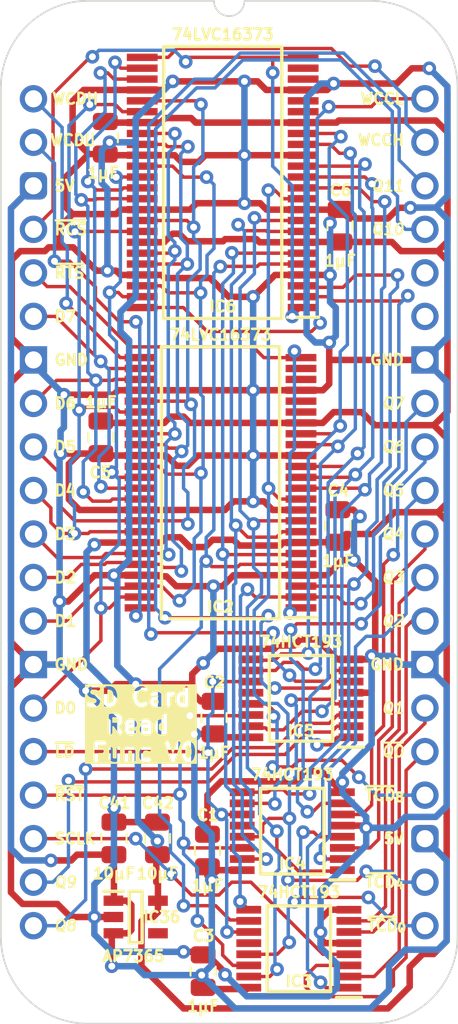
<source format=kicad_pcb>
(kicad_pcb (version 20241229) (generator "pcbnew") (generator_version "9.0")
  (title_block (title "SD Card Read Function") (date "2024-07-03") (rev "V1"))
  (layers (0 "F.Cu" signal) (2 "B.Cu" signal) (13 "F.Paste" user) (15 "B.Paste" user) (5 "F.SilkS" user "F.Silkscreen") (7 "B.SilkS" user "B.Silkscreen") (1 "F.Mask" user) (3 "B.Mask" user) (25 "Edge.Cuts" user))
  (net 0 "")
  (net 1 "/CPL_{11}")
  (net 3 "/CPL_{2}")
  (net 4 "/CPL_{7}")
  (net 5 "/CPL_{9}")
  (net 7 "5V")
  (net 8 "/CPL_{5}")
  (net 9 "GND")
  (net 10 "/3.3V")
  (net 11 "~{Reset}")
  (net 12 "D7")
  (net 13 "D6")
  (net 14 "D5")
  (net 15 "D4")
  (net 16 "D3")
  (net 17 "D2")
  (net 18 "D1")
  (net 19 "D0")
  (net 21 "/CPL_{1}")
  (net 23 "/CPL_{8}")
  (net 24 "/CPL_{6}")
  (net 25 "/CPL_{4}")
  (net 27 "/CPL_{10}")
  (net 28 "/CPL_{0}")
  (net 29 "/CPL_{3}")
  (net 37 "Write Count Data Byte High")
  (net 38 "~{Read Transmit Started}")
  (net 39 "Write Count Data Byte Low")
  (net 40 "~{TCD}_{0..3}")
  (net 41 "Q2")
  (net 42 "Q1")
  (net 43 "Q3")
  (net 44 "Q0")
  (net 45 "~{Load Down Count}")
  (net 46 "Second Half CLK")
  (net 47 "Q6")
  (net 48 "Q5")
  (net 49 "Q4")
  (net 50 "~{TCD}_{4..7}")
  (net 51 "Q7")
  (net 52 "Q9")
  (net 53 "Q11")
  (net 54 "Q10")
  (net 55 "Q8")
  (net 56 "~{TCD}_{8..11}")
  (net 57 "Write Count CRC Byte Low")
  (net 58 "~{Read CRC Started}")
  (net 59 "Write Count CRC Byte High")
  (footprint "SamacSys_Parts:SOT95P285X130-5N" (layer "F.Cu") (at 5.969 47.752)
    (property "Reference" "IC36")
    (property "Value" "AP7365-33WG-7" (hide yes))
  )
  (footprint "SamacSys_Parts:SOP65P640X110-16N" (layer "F.Cu") (at 15.498001 49.601001 180)
    (property "Reference" "IC3")
    (property "Value" "74HCT193PW,118" (hide yes))
  )
  (footprint "SamacSys_Parts:C_0805" (layer "F.Cu") (at 7.239 43.18)
    (property "Reference" "C42")
    (property "Value" "10μF")
  )
  (footprint "SamacSys_Parts:SOP64P1025X280-48N" (layer "F.Cu") (at 10.923001 22.408344 180)
    (property "Reference" "IC2")
    (property "Value" "74LVC16373ADL,118" (hide yes))
  )
  (footprint "SamacSys_Parts:SOP65P640X110-16N" (layer "F.Cu") (at 15.113 42.743001 180)
    (property "Reference" "IC4")
    (property "Value" "74HCT193PW,118" (hide yes))
  )
  (footprint "SamacSys_Parts:SOP64P1025X280-48N" (layer "F.Cu") (at 11.049 4.882344 180)
    (property "Reference" "IC6")
    (property "Value" "74LVC16373ADL,118" (hide yes))
  )
  (footprint "SamacSys_Parts:C_0805" (layer "F.Cu") (at 3.937 19.741343 180)
    (property "Reference" "C5")
    (property "Value" "1μF")
  )
  (footprint "SamacSys_Parts:C_0805" (layer "F.Cu") (at 4.191 2.260344 180)
    (property "Reference" "C7" (hide yes))
    (property "Value" "1μF")
  )
  (footprint "SamacSys_Parts:DIP-40_Board_W22.86mm" (layer "F.Cu") (at 0 0)
    (property "Reference" "J7" (hide yes))
    (property "Value" "Board 2x20 W22.86mm")
    (fp_line (start -1.905 -0.635) (end -1.905 48.895) (stroke (width 0.1)) (layer "Edge.Cuts"))
    (fp_line (start 10.541 -5.715) (end 3.175 -5.715) (stroke (width 0.1)) (layer "Edge.Cuts"))
    (fp_line (start 19.685 -5.715) (end 12.319 -5.715) (stroke (width 0.1)) (layer "Edge.Cuts"))
    (fp_line (start 19.685 53.975) (end 3.175 53.975) (stroke (width 0.1)) (layer "Edge.Cuts"))
    (fp_line (start 24.765 48.895) (end 24.765 -0.635) (stroke (width 0.1)) (layer "Edge.Cuts"))
    (fp_arc (start -1.905 -0.635) (mid -0.417102 -4.227102) (end 3.175 -5.715) (stroke (width 0.1)) (layer "Edge.Cuts"))
    (fp_arc (start 3.175 53.975) (mid -0.417102 52.487102) (end -1.905 48.895) (stroke (width 0.1)) (layer "Edge.Cuts"))
    (fp_arc (start 12.319 -5.715) (mid 11.43 -4.826) (end 10.541 -5.715) (stroke (width 0.1)) (layer "Edge.Cuts"))
    (fp_arc (start 19.685 -5.715) (mid 23.277102 -4.227102) (end 24.765 -0.635) (stroke (width 0.1)) (layer "Edge.Cuts"))
    (fp_arc (start 24.765 48.895) (mid 23.277102 52.487102) (end 19.685 53.975) (stroke (width 0.1)) (layer "Edge.Cuts"))
  )
  (footprint "SamacSys_Parts:C_0805" (layer "F.Cu") (at 17.78 24.948343)
    (property "Reference" "C4")
    (property "Value" "1μF")
  )
  (footprint "SamacSys_Parts:C_0805" (layer "F.Cu") (at 9.906 50.927)
    (property "Reference" "C3")
    (property "Value" "1μF")
  )
  (footprint "SamacSys_Parts:C_0805" (layer "F.Cu") (at 10.541 36.131979)
    (property "Reference" "C2")
    (property "Value" "1μF")
  )
  (footprint "SamacSys_Parts:C_0805" (layer "F.Cu") (at 10.16 43.886001)
    (property "Reference" "C1")
    (property "Value" "1μF")
  )
  (footprint "SamacSys_Parts:SOP65P640X110-16N" (layer "F.Cu") (at 15.621 34.988979 180)
    (property "Reference" "IC5")
    (property "Value" "74HCT193PW,118" (hide yes))
  )
  (footprint "SamacSys_Parts:C_0805" (layer "F.Cu") (at 17.907 7.422343)
    (property "Reference" "C6")
    (property "Value" "1μF")
  )
  (footprint "SamacSys_Parts:C_0805" (layer "F.Cu") (at 4.699 43.18)
    (property "Reference" "C41")
    (property "Value" "10μF")
  )
  (gr_text "GND" (at 1.143 15.24 0) (layer "F.SilkS") (effects (font (size 0.635 0.635)) (justify left)))
  (gr_text "Q7" (at 21.717 17.78 0) (layer "F.SilkS") (effects (font (size 0.635 0.635) (thickness 0.127) (bold yes) (italic yes)) (justify right)))
  (gr_text "Q4" (at 21.717 25.4 0) (layer "F.SilkS") (effects (font (size 0.635 0.635) (thickness 0.127) (bold yes) (italic yes)) (justify right)))
  (gr_text "D2" (at 1.143 27.94 0) (layer "F.SilkS") (effects (font (size 0.635 0.635)) (justify left)))
  (gr_text "Q6" (at 21.717 20.32 0) (layer "F.SilkS") (effects (font (size 0.635 0.635) (thickness 0.127) (bold yes) (italic yes)) (justify right)))
  (gr_text "WCCH" (at 21.717 2.413 0) (layer "F.SilkS") (effects (font (size 0.635 0.635)) (justify right)))
  (gr_text "~{TCD}_{0}" (at 21.844 48.26 0) (layer "F.SilkS") (effects (font (size 0.635 0.635)) (justify right)))
  (gr_text "D5" (at 1.143 20.32 0) (layer "F.SilkS") (effects (font (size 0.635 0.635)) (justify left)))
  (gr_text "Q10" (at 21.717 7.62 0) (layer "F.SilkS") (effects (font (size 0.635 0.635) (thickness 0.127) (bold yes) (italic yes)) (justify right)))
  (gr_text "~{Q0}" (at 21.717 38.1 0) (layer "F.SilkS") (effects (font (size 0.635 0.635) (thickness 0.127) (bold yes) (italic yes)) (justify right)))
  (gr_text "GND" (at 21.717 15.24 0) (layer "F.SilkS") (effects (font (size 0.635 0.635)) (justify right)))
  (gr_text "WCDL" (at 0.889 2.413 0) (layer "F.SilkS") (effects (font (size 0.635 0.635)) (justify left)))
  (gr_text "D0" (at 1.143 35.56 0) (layer "F.SilkS") (effects (font (size 0.635 0.635)) (justify left)))
  (gr_text "5V" (at 1.143 5.08 0) (layer "F.SilkS") (effects (font (size 0.635 0.635)) (justify left)))
  (gr_text "~{RTS}" (at 1.143 10.16 0) (layer "F.SilkS") (effects (font (size 0.635 0.635)) (justify left)))
  (gr_text "5V" (at 21.717 43.18 0) (layer "F.SilkS") (effects (font (size 0.635 0.635)) (justify right)))
  (gr_text "Q8" (at 1.143 48.26 0) (layer "F.SilkS") (effects (font (size 0.635 0.635) (thickness 0.127) (bold yes) (italic yes)) (justify left)))
  (gr_text "~{LD}" (at 1.143 38.1 0) (layer "F.SilkS") (effects (font (size 0.635 0.635)) (justify left)))
  (gr_text "Q3" (at 21.717 27.94 0) (layer "F.SilkS") (effects (font (size 0.635 0.635) (thickness 0.127) (bold yes) (italic yes)) (justify right)))
  (gr_text "WCCL" (at 21.717 0 0) (layer "F.SilkS") (effects (font (size 0.635 0.635)) (justify right)))
  (gr_text "Q11" (at 21.717 5.08 0) (layer "F.SilkS") (effects (font (size 0.635 0.635) (thickness 0.127) (bold yes) (italic yes)) (justify right)))
  (gr_text "D3" (at 1.143 25.4 0) (layer "F.SilkS") (effects (font (size 0.635 0.635)) (justify left)))
  (gr_text "Q5" (at 21.717 22.86 0) (layer "F.SilkS") (effects (font (size 0.635 0.635) (thickness 0.127) (bold yes) (italic yes)) (justify right)))
  (gr_text "D6" (at 1.143 17.78 0) (layer "F.SilkS") (effects (font (size 0.635 0.635)) (justify left)))
  (gr_text "Q2" (at 21.717 30.48 0) (layer "F.SilkS") (effects (font (size 0.635 0.635) (thickness 0.127) (bold yes) (italic yes)) (justify right)))
  (gr_text "WCDH" (at 1.016 0 0) (layer "F.SilkS") (effects (font (size 0.635 0.635)) (justify left)))
  (gr_text "D1" (at 1.143 30.48 0) (layer "F.SilkS") (effects (font (size 0.635 0.635)) (justify left)))
  (gr_text "D4" (at 1.143 22.86 0) (layer "F.SilkS") (effects (font (size 0.635 0.635)) (justify left)))
  (gr_text "Q1" (at 21.717 35.56 0) (layer "F.SilkS") (effects (font (size 0.635 0.635) (thickness 0.127) (bold yes) (italic yes)) (justify right)))
  (gr_text "GND" (at 1.143 33.02 0) (layer "F.SilkS") (effects (font (size 0.635 0.635)) (justify left)))
  (gr_text "~{TCD}_{8}" (at 21.717 40.64 0) (layer "F.SilkS") (effects (font (size 0.635 0.635)) (justify right)))
  (gr_text "Q9" (at 1.143 45.72 0) (layer "F.SilkS") (effects (font (size 0.635 0.635) (thickness 0.127) (bold yes) (italic yes)) (justify left)))
  (gr_text "~{RCS}" (at 1.143 7.62 0) (layer "F.SilkS") (effects (font (size 0.635 0.635)) (justify left)))
  (gr_text "D7" (at 1.143 12.7 0) (layer "F.SilkS") (effects (font (size 0.635 0.635)) (justify left)))
  (gr_text "~{RST}" (at 1.143 40.64 0) (layer "F.SilkS") (effects (font (size 0.635 0.635)) (justify left)))
  (gr_text "~{TCD}_{4}" (at 21.717 45.72 0) (layer "F.SilkS") (effects (font (size 0.635 0.635)) (justify right)))
  (gr_text "SD Card \nRead \nFunc V0" (at 6.477 38.735 0) (layer "F.SilkS" knockout) (effects (font (size 1 1) (thickness 0.2) (bold yes)) (justify bottom)))
  (gr_text "SCLK" (at 1.143 43.18 0) (layer "F.SilkS") (effects (font (size 0.635 0.635)) (justify left)))
  (gr_text "GND" (at 21.717 33.02 0) (layer "F.SilkS") (effects (font (size 0.635 0.635)) (justify right)))
  (segment (start 14.467831 32.395169) (end 14.097 32.766) (width 0.2) (layer "F.Cu") (net 1))
  (segment (start 15.623001 19.550344) (end 17.452921 19.550344) (width 0.2) (layer "F.Cu") (net 1))
  (segment (start 17.766733 2.024344) (end 17.950355 2.207966) (width 0.2) (layer "F.Cu") (net 1))
  (segment (start 15.749 2.024344) (end 17.766733 2.024344) (width 0.2) (layer "F.Cu") (net 1))
  (segment (start 16.006073 32.395169) (end 14.467831 32.395169) (width 0.2) (layer "F.Cu") (net 1))
  (segment (start 14.097 32.766) (end 12.748021 32.766) (width 0.2) (layer "F.Cu") (net 1))
  (segment (start 17.452921 19.550344) (end 17.912788 19.090477) (width 0.2) (layer "F.Cu") (net 1))
  (segment (start 16.052 32.349242) (end 16.006073 32.395169) (width 0.2) (layer "F.Cu") (net 1))
  (via (at 16.052 32.349242) (size 0.8) (drill 0.4) (layers "F.Cu" "B.Cu") (net 1))
  (via (at 17.912788 19.090477) (size 0.8) (drill 0.4) (layers "F.Cu" "B.Cu") (net 1))
  (via (at 17.950355 2.207966) (size 0.8) (drill 0.4) (layers "F.Cu" "B.Cu") (net 1))
  (segment (start 16.052 32.349242) (end 16.052 20.951265) (width 0.2) (layer "B.Cu") (net 1))
  (segment (start 17.912788 14.767364) (end 18.329152 14.351) (width 0.2) (layer "B.Cu") (net 1))
  (segment (start 17.912788 19.090477) (end 17.912788 14.767364) (width 0.2) (layer "B.Cu") (net 1))
  (segment (start 17.950355 2.207966) (end 17.272 2.886321) (width 0.2) (layer "B.Cu") (net 1))
  (segment (start 17.272 5.842) (end 18.329152 6.899152) (width 0.2) (layer "B.Cu") (net 1))
  (segment (start 18.329152 6.899152) (end 18.329152 14.351) (width 0.2) (layer "B.Cu") (net 1))
  (segment (start 17.272 2.886321) (end 17.272 5.842) (width 0.2) (layer "B.Cu") (net 1))
  (segment (start 16.052 20.951265) (end 17.912788 19.090477) (width 0.2) (layer "B.Cu") (net 1))
  (segment (start 10.409973 27.305) (end 10.087205 26.982232) (width 0.2) (layer "F.Cu") (net 3))
  (segment (start 13.073221 9.779) (end 10.922665 9.779) (width 0.2) (layer "F.Cu") (net 3))
  (segment (start 13.207877 9.644344) (end 13.073221 9.779) (width 0.2) (layer "F.Cu") (net 3))
  (segment (start 10.922665 9.779) (end 10.91 9.791665) (width 0.2) (layer "F.Cu") (net 3))
  (segment (start 10.643457 47.092457) (end 8.763 47.092457) (width 0.2) (layer "F.Cu") (net 3))
  (segment (start 12.076742 27.170344) (end 11.942086 27.305) (width 0.2) (layer "F.Cu") (net 3))
  (segment (start 15.623 27.170344) (end 12.076742 27.170344) (width 0.2) (layer "F.Cu") (net 3))
  (segment (start 11.477002 47.926002) (end 10.643457 47.092457) (width 0.2) (layer "F.Cu") (net 3))
  (segment (start 15.748999 9.644344) (end 13.207877 9.644344) (width 0.2) (layer "F.Cu") (net 3))
  (segment (start 12.523002 47.926002) (end 11.477002 47.926002) (width 0.2) (layer "F.Cu") (net 3))
  (segment (start 11.942086 27.305) (end 10.409973 27.305) (width 0.2) (layer "F.Cu") (net 3))
  (via (at 8.763 47.092457) (size 0.8) (drill 0.4) (layers "F.Cu" "B.Cu") (net 3))
  (via (at 10.91 9.791665) (size 0.8) (drill 0.4) (layers "F.Cu" "B.Cu") (net 3))
  (via (at 10.087205 26.982232) (size 0.8) (drill 0.4) (layers "F.Cu" "B.Cu") (net 3))
  (segment (start 10.087205 25.599795) (end 10.087205 26.982232) (width 0.2) (layer "B.Cu") (net 3))
  (segment (start 10.533233 25.153767) (end 10.087205 25.599795) (width 0.2) (layer "B.Cu") (net 3))
  (segment (start 8.001 43.950686) (end 8.001 42.418) (width 0.2) (layer "B.Cu") (net 3))
  (segment (start 8.763 44.712686) (end 8.001 43.950686) (width 0.2) (layer "B.Cu") (net 3))
  (segment (start 8.001 42.418) (end 7.366 41.783) (width 0.2) (layer "B.Cu") (net 3))
  (segment (start 9.798 30.842) (end 9.798 27.271437) (width 0.2) (layer "B.Cu") (net 3))
  (segment (start 10.533233 10.168432) (end 10.533233 25.153767) (width 0.2) (layer "B.Cu") (net 3))
  (segment (start 7.366 33.274) (end 9.798 30.842) (width 0.2) (layer "B.Cu") (net 3))
  (segment (start 8.763 47.092457) (end 8.763 44.712686) (width 0.2) (layer "B.Cu") (net 3))
  (segment (start 7.366 41.783) (end 7.366 33.274) (width 0.2) (layer "B.Cu") (net 3))
  (segment (start 10.91 9.791665) (end 10.533233 10.168432) (width 0.2) (layer "B.Cu") (net 3))
  (segment (start 9.798 27.271437) (end 10.087205 26.982232) (width 0.2) (layer "B.Cu") (net 3))
  (segment (start 13.700999 40.468001) (end 13.843 40.326) (width 0.2) (layer "F.Cu") (net 4))
  (segment (start 12.188 40.468001) (end 13.700999 40.468001) (width 0.2) (layer "F.Cu") (net 4))
  (segment (start 15.623001 22.726344) (end 19.266546 22.726344) (width 0.2) (layer "F.Cu") (net 4))
  (segment (start 18.998683 5.200344) (end 19.801609 6.00327) (width 0.2) (layer "F.Cu") (net 4))
  (segment (start 13.843 40.326) (end 14.605 40.326) (width 0.2) (layer "F.Cu") (net 4))
  (segment (start 16.124375 40.567342) (end 14.846342 40.567342) (width 0.2) (layer "F.Cu") (net 4))
  (segment (start 14.846342 40.567342) (end 14.605 40.326) (width 0.2) (layer "F.Cu") (net 4))
  (segment (start 15.749 5.200344) (end 18.998683 5.200344) (width 0.2) (layer "F.Cu") (net 4))
  (segment (start 19.801609 6.00327) (end 20.50989 6.00327) (width 0.2) (layer "F.Cu") (net 4))
  (segment (start 19.266546 22.726344) (end 19.356854 22.816652) (width 0.2) (layer "F.Cu") (net 4))
  (via (at 19.356854 22.816652) (size 0.8) (drill 0.4) (layers "F.Cu" "B.Cu") (net 4))
  (via (at 20.50989 6.00327) (size 0.8) (drill 0.4) (layers "F.Cu" "B.Cu") (net 4))
  (via (at 16.124375 40.567342) (size 0.8) (drill 0.4) (layers "F.Cu" "B.Cu") (net 4))
  (segment (start 20.50989 6.00327) (end 20.50989 10.953) (width 0.2) (layer "B.Cu") (net 4))
  (segment (start 19.6215 22.552006) (end 19.356854 22.816652) (width 0.2) (layer "B.Cu") (net 4))
  (segment (start 16.148 40.543717) (end 16.148 39.108628) (width 0.2) (layer "B.Cu") (net 4))
  (segment (start 20.32 11.14289) (end 20.32 21.209) (width 0.2) (layer "B.Cu") (net 4))
  (segment (start 16.124375 40.567342) (end 16.148 40.543717) (width 0.2) (layer "B.Cu") (net 4))
  (segment (start 18.008 24.165506) (end 19.356854 22.816652) (width 0.2) (layer "B.Cu") (net 4))
  (segment (start 16.148 39.108628) (end 18.008 37.248628) (width 0.2) (layer "B.Cu") (net 4))
  (segment (start 18.008 37.248628) (end 18.008 24.165506) (width 0.2) (layer "B.Cu") (net 4))
  (segment (start 20.32 21.209) (end 19.6215 21.9075) (width 0.2) (layer "B.Cu") (net 4))
  (segment (start 20.50989 10.953) (end 20.32 11.14289) (width 0.2) (layer "B.Cu") (net 4))
  (segment (start 19.6215 21.9075) (end 19.6215 22.552006) (width 0.2) (layer "B.Cu") (net 4))
  (segment (start 18.167656 21.456344) (end 18.923 20.701) (width 0.2) (layer "F.Cu") (net 5))
  (segment (start 15.749 3.930344) (end 19.242173 3.930344) (width 0.2) (layer "F.Cu") (net 5))
  (segment (start 19.242173 3.930344) (end 19.358173 3.814344) (width 0.2) (layer "F.Cu") (net 5))
  (segment (start 16.558318 37.702318) (end 17.288682 37.702318) (width 0.2) (layer "F.Cu") (net 5))
  (segment (start 17.727021 37.263979) (end 18.546 37.263979) (width 0.2) (layer "F.Cu") (net 5))
  (segment (start 17.288682 37.702318) (end 17.727021 37.263979) (width 0.2) (layer "F.Cu") (net 5))
  (segment (start 15.623001 21.456344) (end 18.167656 21.456344) (width 0.2) (layer "F.Cu") (net 5))
  (via (at 16.558318 37.702318) (size 0.8) (drill 0.4) (layers "F.Cu" "B.Cu") (net 5))
  (via (at 18.923 20.701) (size 0.8) (drill 0.4) (layers "F.Cu" "B.Cu") (net 5))
  (via (at 19.358173 3.814344) (size 0.8) (drill 0.4) (layers "F.Cu" "B.Cu") (net 5))
  (segment (start 16.148 37.292) (end 16.148 34.906) (width 0.2) (layer "B.Cu") (net 5))
  (segment (start 19.05 4.122517) (end 19.05 6.35) (width 0.2) (layer "B.Cu") (net 5))
  (segment (start 19.304 6.604) (end 19.304 20.32) (width 0.2) (layer "B.Cu") (net 5))
  (segment (start 16.148 34.906) (end 17.208 33.846) (width 0.2) (layer "B.Cu") (net 5))
  (segment (start 17.208 33.846) (end 17.208 22.416) (width 0.2) (layer "B.Cu") (net 5))
  (segment (start 16.558318 37.702318) (end 16.148 37.292) (width 0.2) (layer "B.Cu") (net 5))
  (segment (start 19.05 6.35) (end 19.304 6.604) (width 0.2) (layer "B.Cu") (net 5))
  (segment (start 17.208 22.416) (end 18.923 20.701) (width 0.2) (layer "B.Cu") (net 5))
  (segment (start 19.358173 3.814344) (end 19.05 4.122517) (width 0.2) (layer "B.Cu") (net 5))
  (segment (start 19.304 20.32) (end 18.923 20.701) (width 0.2) (layer "B.Cu") (net 5))
  (segment (start 4.669 48.702) (end 5.527 48.702) (width 0.38) (layer "F.Cu") (net 7))
  (segment (start 10.743 45.018001) (end 12.188 45.018001) (width 0.38) (layer "F.Cu") (net 7))
  (segment (start 4.699 44.114) (end 4.699 46.772) (width 0.38) (layer "F.Cu") (net 7))
  (segment (start 10.16 44.820001) (end 10.16 45.339009) (width 0.38) (layer "F.Cu") (net 7))
  (segment (start 2.54 44.114) (end 4.699 44.114) (width 0.38) (layer "F.Cu") (net 7))
  (segment (start 10.000939 51.955939) (end 12.463061 51.955939) (width 0.38) (layer "F.Cu") (net 7))
  (segment (start 12.463061 51.955939) (end 12.558 51.861) (width 0.38) (layer "F.Cu") (net 7))
  (segment (start 5.461 46.802) (end 4.669 46.802) (width 0.38) (layer "F.Cu") (net 7))
  (segment (start 9.906 51.22594) (end 9.823528 51.143468) (width 0.38) (layer "F.Cu") (net 7))
  (segment (start 10.16 45.339009) (end 10.413997 45.593006) (width 0.38) (layer "F.Cu") (net 7))
  (segment (start 10.541 37.065979) (end 9.416021 37.065979) (width 0.38) (layer "F.Cu") (net 7))
  (segment (start 5.527 48.702) (end 5.715 48.514) (width 0.38) (layer "F.Cu") (net 7))
  (segment (start 1.015996 44.45) (end 2.204 44.45) (width 0.38) (layer "F.Cu") (net 7))
  (segment (start 5.715 47.056) (end 5.461 46.802) (width 0.38) (layer "F.Cu") (net 7))
  (segment (start 9.416021 37.065979) (end 9.398 37.084) (width 0.38) (layer "F.Cu") (net 7))
  (segment (start 4.572 48.799) (end 4.572 50.624) (width 0.38) (layer "F.Cu") (net 7))
  (segment (start 5.715 48.514) (end 5.715 47.056) (width 0.38) (layer "F.Cu") (net 7))
  (segment (start 2.204 44.45) (end 2.54 44.114) (width 0.38) (layer "F.Cu") (net 7))
  (segment (start 10.716999 37.263979) (end 12.696 37.263979) (width 0.38) (layer "F.Cu") (net 7))
  (segment (start 9.906 51.861) (end 9.906 51.22594) (width 0.38) (layer "F.Cu") (net 7))
  (via (at 1.015996 44.45) (size 0.8) (drill 0.4) (layers "F.Cu" "B.Cu") (net 7))
  (via (at 9.398 37.084) (size 0.8) (drill 0.4) (layers "F.Cu" "B.Cu") (net 7))
  (via (at 4.572 50.624) (size 0.8) (drill 0.4) (layers "F.Cu" "B.Cu") (net 7))
  (via (at 9.823528 51.143468) (size 0.8) (drill 0.4) (layers "F.Cu" "B.Cu") (net 7))
  (via (at 10.413997 45.593006) (size 0.8) (drill 0.4) (layers "F.Cu" "B.Cu") (net 7))
  (segment (start 10.413997 42.925997) (end 10.413997 45.593006) (width 0.38) (layer "B.Cu") (net 7))
  (segment (start 9.823528 51.143468) (end 11.76606 53.086) (width 0.38) (layer "B.Cu") (net 7))
  (segment (start 19.685 53.086) (end 20.7645 52.0065) (width 0.38) (layer "B.Cu") (net 7))
  (segment (start 20.7645 50.6095) (end 21.717 49.657) (width 0.38) (layer "B.Cu") (net 7))
  (segment (start 6.477 51.143468) (end 5.957532 50.624) (width 0.38) (layer "B.Cu") (net 7))
  (segment (start 23.622 49.657) (end 24.13 49.149) (width 0.38) (layer "B.Cu") (net 7))
  (segment (start 0 5.08) (end -1.315 6.395) (width 0.38) (layer "B.Cu") (net 7))
  (segment (start -0.635 44.45) (end 1.015996 44.45) (width 0.38) (layer "B.Cu") (net 7))
  (segment (start -1.315 43.77) (end -0.635 44.45) (width 0.38) (layer "B.Cu") (net 7))
  (segment (start 24.13 44.45) (end 22.86 43.18) (width 0.38) (layer "B.Cu") (net 7))
  (segment (start 10.414 50.552996) (end 10.414 47.498) (width 0.38) (layer "B.Cu") (net 7))
  (segment (start 24.13 49.149) (end 24.13 44.45) (width 0.38) (layer "B.Cu") (net 7))
  (segment (start 20.7645 52.0065) (end 20.7645 50.6095) (width 0.38) (layer "B.Cu") (net 7))
  (segment (start 9.398 37.084) (end 9.398 41.91) (width 0.38) (layer "B.Cu") (net 7))
  (segment (start 11.76606 53.086) (end 19.685 53.086) (width 0.38) (layer "B.Cu") (net 7))
  (segment (start -1.315 6.395) (end -1.315 43.77) (width 0.38) (layer "B.Cu") (net 7))
  (segment (start 9.823528 51.143468) (end 6.477 51.143468) (width 0.38) (layer "B.Cu") (net 7))
  (segment (start 10.413997 47.497997) (end 10.413997 45.593006) (width 0.38) (layer "B.Cu") (net 7))
  (segment (start 9.823528 51.143468) (end 10.414 50.552996) (width 0.38) (layer "B.Cu") (net 7))
  (segment (start 10.414 47.498) (end 10.413997 47.497997) (width 0.38) (layer "B.Cu") (net 7))
  (segment (start 5.957532 50.624) (end 4.572 50.624) (width 0.38) (layer "B.Cu") (net 7))
  (segment (start 9.398 41.91) (end 10.413997 42.925997) (width 0.38) (layer "B.Cu") (net 7))
  (segment (start 21.717 49.657) (end 23.622 49.657) (width 0.38) (layer "B.Cu") (net 7))
  (segment (start 15.482 45.073) (end 14.213375 43.804375) (width 0.2) (layer "F.Cu") (net 8))
  (segment (start 13.059422 7.104344) (end 12.904078 6.949) (width 0.2) (layer "F.Cu") (net 8))
  (segment (start 17.983001 45.073) (end 15.482 45.073) (width 0.2) (layer "F.Cu") (net 8))
  (segment (start 14.213375 43.804375) (end 14.213375 42.743713) (width 0.2) (layer "F.Cu") (net 8))
  (segment (start 12.849646 24.813697) (end 13.032999 24.630344) (width 0.2) (layer "F.Cu") (net 8))
  (segment (start 13.032999 24.630344) (end 15.623001 24.630344) (width 0.2) (layer "F.Cu") (net 8))
  (segment (start 15.749 7.104344) (end 13.059422 7.104344) (width 0.2) (layer "F.Cu") (net 8))
  (via (at 12.849646 24.813697) (size 0.8) (drill 0.4) (layers "F.Cu" "B.Cu") (net 8))
  (via (at 12.904078 6.949) (size 0.8) (drill 0.4) (layers "F.Cu" "B.Cu") (net 8))
  (via (at 14.213375 42.743713) (size 0.8) (drill 0.4) (layers "F.Cu" "B.Cu") (net 8))
  (segment (start 12.849646 24.813697) (end 12.849646 27.346646) (width 0.2) (layer "B.Cu") (net 8))
  (segment (start 13.208 39.751) (end 13.208 41.738338) (width 0.2) (layer "B.Cu") (net 8))
  (segment (start 12.904078 10.209922) (end 12.065 11.049) (width 0.2) (layer "B.Cu") (net 8))
  (segment (start 13.316 27.813) (end 13.316 28.872653) (width 0.2) (layer "B.Cu") (net 8))
  (segment (start 12.065 11.049) (end 12.065 24.029051) (width 0.2) (layer "B.Cu") (net 8))
  (segment (start 13.316 28.872653) (end 12.489814 29.698839) (width 0.2) (layer "B.Cu") (net 8))
  (segment (start 12.849646 27.346646) (end 13.316 27.813) (width 0.2) (layer "B.Cu") (net 8))
  (segment (start 12.904078 6.949) (end 12.904078 10.209922) (width 0.2) (layer "B.Cu") (net 8))
  (segment (start 12.065 24.029051) (end 12.849646 24.813697) (width 0.2) (layer "B.Cu") (net 8))
  (segment (start 12.489814 29.698839) (end 12.489814 39.032814) (width 0.2) (layer "B.Cu") (net 8))
  (segment (start 13.208 41.738338) (end 14.213375 42.743713) (width 0.2) (layer "B.Cu") (net 8))
  (segment (start 12.489814 39.032814) (end 13.208 39.751) (width 0.2) (layer "B.Cu") (net 8))
  (segment (start 4.827344 6.731) (end 2.286 6.731) (width 0.38) (layer "F.Cu") (net 9))
  (segment (start 15.748999 10.280344) (end 17.312494 10.280344) (width 0.38) (layer "F.Cu") (net 9))
  (segment (start 17.151656 27.806344) (end 15.623 27.806344) (width 0.38) (layer "F.Cu") (net 9))
  (segment (start 4.259 3.294344) (end 6.349001 3.294344) (width 0.38) (layer "F.Cu") (net 9))
  (segment (start 16.569169 31.555169) (end 17.727979 32.713979) (width 0.38) (layer "F.Cu") (net 9))
  (segment (start 0 15.24) (end -1.315 16.555) (width 0.38) (layer "F.Cu") (net 9))
  (segment (start 5.969 34.163) (end 4.826 34.163) (width 0.38) (layer "F.Cu") (net 9))
  (segment (start 18.546 34.663979) (end 19.651 34.663979) (width 0.38) (layer "F.Cu") (net 9))
  (segment (start 10.16 42.920001) (end 10.16 40.64) (width 0.38) (layer "F.Cu") (net 9))
  (segment (start 2.067924 21.306419) (end 2.667 20.707343) (width 0.38) (layer "F.Cu") (net 9))
  (segment (start 8.636 3.683) (end 9.644344 3.683) (width 0.38) (layer "F.Cu") (net 9))
  (segment (start 13.461996 23.494996) (end 12.827 23.494996) (width 0.38) (layer "F.Cu") (net 9))
  (segment (start 4.445 34.544) (end 3.048 34.544) (width 0.38) (layer "F.Cu") (net 9))
  (segment (start 9.525 6.096) (end 12.319 6.096) (width 0.38) (layer "F.Cu") (net 9))
  (segment (start 4.699 42.214) (end 7.239 42.214) (width 0.38) (layer "F.Cu") (net 9))
  (segment (start 7.67008 20.87791) (end 7.612515 20.820344) (width 0.38) (layer "F.Cu") (net 9))
  (segment (start 2.928656 -0.515656) (end 6.349001 -0.515656) (width 0.38) (layer "F.Cu") (net 9))
  (segment (start 1.397 46.99) (end 2.159 47.752) (width 0.38) (layer "F.Cu") (net 9))
  (segment (start 22.098 -1.778) (end 21.209 -0.889) (width 0.38) (layer "F.Cu") (net 9))
  (segment (start 2.318457 8.668457) (end 3.682992 10.032992) (width 0.38) (layer "F.Cu") (net 9))
  (segment (start 1.905 6.35) (end 2.286 6.731) (width 0.38) (layer "F.Cu") (net 9))
  (segment (start 11.042344 28.448) (end 11.684 27.806344) (width 0.38) (layer "F.Cu") (net 9))
  (segment (start 19.957 28.163334) (end 19.957 32.302) (width 0.38) (layer "F.Cu") (net 9))
  (segment (start 18.423001 47.326001) (end 17.318001 47.326001) (width 0.38) (layer "F.Cu") (net 9))
  (segment (start 0 33.02) (end -1.315 34.335) (width 0.38) (layer "F.Cu") (net 9))
  (segment (start 6.349001 10.280344) (end 7.491822 10.280344) (width 0.38) (layer "F.Cu") (net 9))
  (segment (start 15.748999 10.280344) (end 14.103656 10.280344) (width 0.38) (layer "F.Cu") (net 9))
  (segment (start 14.258823 31.905169) (end 15.231891 31.905169) (width 0.38) (layer "F.Cu") (net 9))
  (segment (start 1.778 17.272) (end 4.681346 17.272) (width 0.38) (layer "F.Cu") (net 9))
  (segment (start 11.405697 11.557) (end 12.827 11.557) (width 0.38) (layer "F.Cu") (net 9))
  (segment (start 15.748999 -0.515656) (end 17.152656 -0.515656) (width 0.38) (layer "F.Cu") (net 9))
  (segment (start 15.623 27.806344) (end 11.684 27.806344) (width 0.38) (layer "F.Cu") (net 9))
  (segment (start 17.78 23.982343) (end 18.677344 23.982343) (width 0.38) (layer "F.Cu") (net 9))
  (segment (start 1.524 7.493) (end 1.524 8.668457) (width 0.38) (layer "F.Cu") (net 9))
  (segment (start 10.541 35.165979) (end 9.765979 35.165979) (width 0.38) (layer "F.Cu") (net 9))
  (segment (start 3.226344 3.226344) (end 1.905 4.547688) (width 0.38) (layer "F.Cu") (net 9))
  (segment (start 16.764 49.022001) (end 16.764 48.641) (width 0.38) (layer "F.Cu") (net 9))
  (segment (start 17.907 6.456343) (end 18.435657 6.985) (width 0.38) (layer "F.Cu") (net 9))
  (segment (start 10.16 40.64) (end 10.964 39.836) (width 0.38) (layer "F.Cu") (net 9))
  (segment (start 16.903 17.010344) (end 17.272 16.641344) (width 0.38) (layer "F.Cu") (net 9))
  (segment (start 18.435657 6.985) (end 20.701 6.985) (width 0.38) (layer "F.Cu") (net 9))
  (segment (start 10.505158 28.448) (end 11.042344 28.448) (width 0.38) (layer "F.Cu") (net 9))
  (segment (start 19.545021 32.713979) (end 19.747 32.512) (width 0.38) (layer "F.Cu") (net 9))
  (segment (start 17.152656 -0.515656) (end 17.526 -0.889) (width 0.38) (layer "F.Cu") (net 9))
  (segment (start 4.681346 17.272) (end 4.943002 17.010344) (width 0.38) (layer "F.Cu") (net 9))
  (segment (start 18.715 26.921334) (end 19.957 28.163334) (width 0.38) (layer "F.Cu") (net 9))
  (segment (start 12.827 17.010344) (end 15.623 17.010344) (width 0.38) (layer "F.Cu") (net 9))
  (segment (start 13.239018 6.096) (end 13.613362 6.470344) (width 0.38) (layer "F.Cu") (net 9))
  (segment (start 19.304001 42.418001) (end 19.431 42.545) (width 0.38) (layer "F.Cu") (net 9))
  (segment (start 7.674478 10.463) (end 10.311697 10.463) (width 0.38) (layer "F.Cu") (net 9))
  (segment (start 17.727979 32.713979) (end 18.546 32.713979) (width 0.38) (layer "F.Cu") (net 9))
  (segment (start 19.651 34.663979) (end 19.747 34.567979) (width 0.38) (layer "F.Cu") (net 9))
  (segment (start 1.582003 20.707343) (end 1.581997 20.707349) (width 0.38) (layer "F.Cu") (net 9))
  (segment (start 22.86 15.24) (end 17.272 15.24) (width 0.38) (layer "F.Cu") (net 9))
  (segment (start 9.271 33.568815) (end 9.271 34.163) (width 0.38) (layer "F.Cu") (net 9))
  (segment (start -1.315 34.335) (end -1.315 46.31) (width 0.38) (layer "F.Cu") (net 9))
  (segment (start 9.729 49.784) (end 8.763 49.784) (width 0.38) (layer "F.Cu") (net 9))
  (segment (start 19.747 34.567979) (end 19.747 32.512) (width 0.38) (layer "F.Cu") (net 9))
  (segment (start 4.832648 10.032992) (end 5.08 10.280344) (width 0.38) (layer "F.Cu") (net 9))
  (segment (start 2.286 0.127) (end 2.928656 -0.515656) (width 0.38) (layer "F.Cu") (net 9))
  (segment (start 2.032 29.337) (end 1.524 29.337) (width 0.38) (layer "F.Cu") (net 9))
  (segment (start 8.247344 3.294344) (end 8.636 3.683) (width 0.38) (layer "F.Cu") (net 9))
  (segment (start 4.318 10.032992) (end 4.832648 10.032992) (width 0.38) (layer "F.Cu") (net 9))
  (segment (start 12.319 6.096) (end 13.239018 6.096) (width 0.38) (layer "F.Cu") (net 9))
  (segment (start 6.223002 27.806344) (end 3.562656 27.806344) (width 0.38) (layer "F.Cu") (net 9))
  (segment (start -0.635 46.99) (end 1.397 46.99) (width 0.38) (layer "F.Cu") (net 9))
  (segment (start 9.271 34.671) (end 9.271 34.163) (width 0.38) (layer "F.Cu") (net 9))
  (segment (start 8.352495 21.416999) (end 7.813406 20.87791) (width 0.38) (layer "F.Cu") (net 9))
  (segment (start 4.826 34.163) (end 4.445 34.544) (width 0.38) (layer "F.Cu") (net 9))
  (segment (start 4.943002 17.010344) (end 6.223002 17.010344) (width 0.38) (layer "F.Cu") (net 9))
  (segment (start 8.128 -1.016) (end 12.319 -1.016) (width 0.38) (layer "F.Cu") (net 9))
  (segment (start 0 15.24) (end -1.27 13.97) (width 0.38) (layer "F.Cu") (net 9))
  (segment (start 9.644344 3.683) (end 10.033 3.294344) (width 0.38) (layer "F.Cu") (net 9))
  (segment (start 6.349001 10.280344) (end 5.08 10.280344) (width 0.38) (layer "F.Cu") (net 9))
  (segment (start 18.715 26.921334) (end 18.036666 26.921334) (width 0.38) (layer "F.Cu") (net 9))
  (segment (start 9.150656 6.470344) (end 9.525 6.096) (width 0.38) (layer "F.Cu") (net 9))
  (segment (start 15.623 17.010344) (end 16.903 17.010344) (width 0.38) (layer "F.Cu") (net 9))
  (segment (start 15.623 23.996344) (end 13.963344 23.996344) (width 0.38) (layer "F.Cu") (net 9))
  (segment (start 6.349001 3.294344) (end 8.247344 3.294344) (width 0.38) (layer "F.Cu") (net 9))
  (segment (start -1.27 13.97) (end -1.27 9.398) (width 0.38) (layer "F.Cu") (net 9))
  (segment (start 18.036666 26.921334) (end 17.151656 27.806344) (width 0.38) (layer "F.Cu") (net 9))
  (segment (start 6.223002 17.010344) (end 12.827 17.010344) (width 0.38) (layer "F.Cu") (net 9))
  (segment (start 12.827 20.820344) (end 9.598001 20.820344) (width 0.38) (layer "F.Cu") (net 9))
  (segment (start 0.667457 8.89) (end 0.889 8.668457) (width 0.38) (layer "F.Cu") (net 9))
  (segment (start 6.349001 -0.515656) (end 7.627656 -0.515656) (width 0.38) (layer "F.Cu") (net 9))
  (segment (start 18.546 32.713979) (end 19.545021 32.713979) (width 0.38) (layer "F.Cu") (net 9))
  (segment (start 11.182656 23.996344) (end 11.684004 23.494996) (width 0.38) (layer "F.Cu") (net 9))
  (segment (start 14.065013 32.098979) (end 14.258823 31.905169) (width 0.38) (layer "F.Cu") (net 9))
  (segment (start 18.038 42.418001) (end 19.304001 42.418001) (width 0.38) (layer "F.Cu") (net 9))
  (segment (start 4.669 47.752) (end 3.556 47.752) (width 0.38) (layer "F.Cu") (net 9))
  (segment (start 21.326545 6.359455) (end 22.008508 6.359455) (width 0.38) (layer "F.Cu") (net 9))
  (segment (start 1.905 4.547688) (end 1.905 6.35) (width 0.38) (layer "F.Cu") (net 9))
  (segment (start 23.114002 -1.778) (end 22.098 -1.778) (width 0.38) (layer "F.Cu") (net 9))
  (segment (start 13.963344 23.996344) (end 13.461996 23.494996) (width 0.38) (layer "F.Cu") (net 9))
  (segment (start 8.33706 28.448) (end 10.505158 28.448) (width 0.38) (layer "F.Cu") (net 9))
  (segment (start 17.272 15.24) (end 17.272 14.224004) (width 0.38) (layer "F.Cu") (net 9))
  (segment (start 10.154999 49.961) (end 11.188285 50.994286) (width 0.38) (layer "F.Cu") (net 9))
  (segment (start 14.103656 10.280344) (end 12.827 11.557) (width 0.38) (layer "F.Cu") (net 9))
  (segment (start 17.312494 10.280344) (end 17.31915 10.287) (width 0.38) (layer "F.Cu") (net 9))
  (segment (start 13.613362 6.470344) (end 15.748999 6.470344) (width 0.38) (layer "F.Cu") (net 9))
  (segment (start 18.038 40.468001) (end 18.038 39.881998) (width 0.38) (layer "F.Cu") (net 9))
  (segment (start 9.271 34.163) (end 5.969 34.163) (width 0.38) (layer "F.Cu") (net 9))
  (segment (start 10.964 39.836) (end 15.251839 39.836) (width 0.38) (layer "F.Cu") (net 9))
  (segment (start 2.286 2.286) (end 2.286 0.127) (width 0.38) (layer "F.Cu") (net 9))
  (segment (start 13.088656 -1.016) (end 13.589 -0.515656) (width 0.38) (layer "F.Cu") (net 9))
  (segment (start 6.223002 23.996344) (end 2.689326 23.996344) (width 0.38) (layer "F.Cu") (net 9))
  (segment (start 2.689326 23.996344) (end 2.067924 23.374942) (width 0.38) (layer "F.Cu") (net 9))
  (segment (start 19.957 32.302) (end 19.747 32.512) (width 0.38) (layer "F.Cu") (net 9))
  (segment (start 15.623 20.820344) (end 12.827 20.820344) (width 0.38) (layer "F.Cu") (net 9))
  (segment (start 7.612515 20.820344) (end 6.223002 20.820344) (width 0.38) (layer "F.Cu") (net 9))
  (segment (start 11.684004 23.494996) (end 12.827 23.494996) (width 0.38) (layer "F.Cu") (net 9))
  (segment (start 6.223002 27.806344) (end 7.295621 27.806344) (width 0.38) (layer "F.Cu") (net 9))
  (segment (start 16.764 47.880002) (end 16.764 48.641) (width 0.38) (layer "F.Cu") (net 9))
  (segment (start -1.315 46.31) (end -0.635 46.99) (width 0.38) (layer "F.Cu") (net 9))
  (segment (start 15.581891 31.555169) (end 16.569169 31.555169) (width 0.38) (layer "F.Cu") (net 9))
  (segment (start 3.226344 3.226344) (end 2.286 2.286) (width 0.38) (layer "F.Cu") (net 9))
  (segment (start -1.315 31.705) (end 0 33.02) (width 0.38) (layer "F.Cu") (net 9))
  (segment (start 3.562656 27.806344) (end 2.032 29.337) (width 0.38) (layer "F.Cu") (net 9))
  (segment (start 10.311697 10.463) (end 11.405697 11.557) (width 0.38) (layer "F.Cu") (net 9))
  (segment (start 4.064 2.921) (end 4.445 2.54) (width 0.38) (layer "F.Cu") (net 9))
  (segment (start 7.491822 10.280344) (end 7.674478 10.463) (width 0.38) (layer "F.Cu") (net 9))
  (segment (start 7.813406 20.87791) (end 7.67008 20.87791) (width 0.38) (layer "F.Cu") (net 9))
  (segment (start 10.740836 32.098979) (end 14.065013 32.098979) (width 0.38) (layer "F.Cu") (net 9))
  (segment (start 4.699 41.402008) (end 4.698994 41.402002) (width 0.38) (layer "F.Cu") (net 9))
  (segment (start 4.699 42.214) (end 4.699 41.402008) (width 0.38) (layer "F.Cu") (net 9))
  (segment (start 6.223002 23.996344) (end 11.182656 23.996344) (width 0.38) (layer "F.Cu") (net 9))
  (segment (start 17.31915 7.044193) (end 17.31915 7.256343) (width 0.38) (layer "F.Cu") (net 9))
  (segment (start 3.682992 10.032992) (end 4.318 10.032992) (width 0.38) (layer "F.Cu") (net 9))
  (segment (start 6.349001 6.470344) (end 9.150656 6.470344) (width 0.38) (layer "F.Cu") (net 9))
  (segment (start 12.319 3.294344) (end 15.748999 3.294344) (width 0.38) (layer "F.Cu") (net 9))
  (segment (start 0.889 8.668457) (end 1.524 8.668457) (width 0.38) (layer "F.Cu") (net 9))
  (segment (start -0.762 8.89) (end 0.667457 8.89) (width 0.38) (layer "F.Cu") (net 9))
  (segment (start 2.067924 23.374942) (end 2.067924 21.306419) (width 0.38) (layer "F.Cu") (net 9))
  (segment (start 4.177001 20.820344) (end 6.223002 20.820344) (width 0.38) (layer "F.Cu") (net 9))
  (segment (start 20.701 6.985) (end 21.326545 6.359455) (width 0.38) (layer "F.Cu") (net 9))
  (segment (start 18.423001 49.276001) (end 17.018 49.276001) (width 0.38) (layer "F.Cu") (net 9))
  (segment (start 11.188285 50.994286) (end 11.188285 51.115939) (width 0.38) (layer "F.Cu") (net 9))
  (segment (start 3.937 20.707343) (end 2.667 20.707343) (width 0.38) (layer "F.Cu") (net 9))
  (segment (start 1.524 8.668457) (end 2.318457 8.668457) (width 0.38) (layer "F.Cu") (net 9))
  (segment (start 17.318001 47.326001) (end 16.764 47.880002) (width 0.38) (layer "F.Cu") (net 9))
  (segment (start 6.349001 6.470344) (end 5.088 6.470344) (width 0.38) (layer "F.Cu") (net 9))
  (segment (start 9.271 33.568815) (end 9.911303 32.928512) (width 0.38) (layer "F.Cu") (net 9))
  (segment (start 5.088 6.470344) (end 4.827344 6.731) (width 0.38) (layer "F.Cu") (net 9))
  (segment (start 7.759289 27.870229) (end 8.33706 28.448) (width 0.38) (layer "F.Cu") (net 9))
  (segment (start 9.001346 21.416999) (end 8.352495 21.416999) (width 0.38) (layer "F.Cu") (net 9))
  (segment (start -1.27 9.398) (end -0.762 8.89) (width 0.38) (layer "F.Cu") (net 9))
  (segment (start 2.159 47.752) (end 3.556 47.752) (width 0.38) (layer "F.Cu") (net 9))
  (segment (start 2.667 20.707343) (end 1.582003 20.707343) (width 0.38) (layer "F.Cu") (net 9))
  (segment (start 16.812999 39.243) (end 18.038 40.468001) (width 0.38) (layer "F.Cu") (net 9))
  (segment (start 21.209 -0.889) (end 17.526 -0.889) (width 0.38) (layer "F.Cu") (net 9))
  (segment (start 12.319 -1.016) (end 13.088656 -1.016) (width 0.38) (layer "F.Cu") (net 9))
  (segment (start 9.765979 35.165979) (end 9.271 34.671) (width 0.38) (layer "F.Cu") (net 9))
  (segment (start 17.907 6.456343) (end 17.31915 7.044193) (width 0.38) (layer "F.Cu") (net 9))
  (segment (start 10.033 3.294344) (end 12.319 3.294344) (width 0.38) (layer "F.Cu") (net 9))
  (segment (start 15.231891 31.905169) (end 15.581891 31.555169) (width 0.38) (layer "F.Cu") (net 9))
  (segment (start 4.191 3.226344) (end 3.226344 3.226344) (width 0.38) (layer "F.Cu") (net 9))
  (segment (start 15.844839 39.243) (end 16.812999 39.243) (width 0.38) (layer "F.Cu") (net 9))
  (segment (start 7.627656 -0.515656) (end 8.128 -1.016) (width 0.38) (layer "F.Cu") (net 9))
  (segment (start 15.251839 39.836) (end 15.844839 39.243) (width 0.38) (layer "F.Cu") (net 9))
  (segment (start 15.748999 6.470344) (end 17.892999 6.470344) (width 0.38) (layer "F.Cu") (net 9))
  (segment (start 18.677344 23.982343) (end 19.067 24.371999) (width 0.38) (layer "F.Cu") (net 9))
  (segment (start 17.018 49.276001) (end 16.764 49.022001) (width 0.38) (layer "F.Cu") (net 9))
  (segment (start 7.359505 27.870229) (end 7.759289 27.870229) (width 0.38) (layer "F.Cu") (net 9))
  (segment (start 9.598001 20.820344) (end 9.001346 21.416999) (width 0.38) (layer "F.Cu") (net 9))
  (segment (start -1.315 16.555) (end -1.315 31.705) (width 0.38) (layer "F.Cu") (net 9))
  (segment (start 17.272 15.24) (end 17.272 16.641344) (width 0.38) (layer "F.Cu") (net 9))
  (segment (start 2.286 6.731) (end 1.524 7.493) (width 0.38) (layer "F.Cu") (net 9))
  (segment (start 15.748999 -0.515656) (end 13.589 -0.515656) (width 0.38) (layer "F.Cu") (net 9))
  (segment (start 9.911303 32.928512) (end 10.740836 32.098979) (width 0.38) (layer "F.Cu") (net 9))
  (segment (start 7.295621 27.806344) (end 7.359505 27.870229) (width 0.38) (layer "F.Cu") (net 9))
  (via (at 3.556 47.752) (size 0.8) (drill 0.4) (layers "F.Cu" "B.Cu") (net 9))
  (via (at 8.763 49.784) (size 0.8) (drill 0.4) (layers "F.Cu" "B.Cu") (net 9))
  (via (at 4.445 2.54) (size 0.8) (drill 0.4) (layers "F.Cu" "B.Cu") (net 9))
  (via (at 12.827 20.820344) (size 0.8) (drill 0.4) (layers "F.Cu" "B.Cu") (net 9))
  (via (at 5.969 34.163) (size 0.8) (drill 0.4) (layers "F.Cu" "B.Cu") (net 9))
  (via (at 12.827 17.010344) (size 0.8) (drill 0.4) (layers "F.Cu" "B.Cu") (net 9))
  (via (at 18.715 26.921334) (size 0.8) (drill 0.4) (layers "F.Cu" "B.Cu") (net 9))
  (via (at 1.778 17.272) (size 0.8) (drill 0.4) (layers "F.Cu" "B.Cu") (net 9))
  (via (at 1.581997 20.707349) (size 0.8) (drill 0.4) (layers "F.Cu" "B.Cu") (net 9))
  (via (at 12.319 -1.016) (size 0.8) (drill 0.4) (layers "F.Cu" "B.Cu") (net 9))
  (via (at 4.698994 41.402002) (size 0.8) (drill 0.4) (layers "F.Cu" "B.Cu") (net 9))
  (via (at 22.008508 6.359455) (size 0.8) (drill 0.4) (layers "F.Cu" "B.Cu") (net 9))
  (via (at 23.114002 -1.778) (size 0.8) (drill 0.4) (layers "F.Cu" "B.Cu") (net 9))
  (via (at 17.272 14.224004) (size 0.8) (drill 0.4) (layers "F.Cu" "B.Cu") (net 9))
  (via (at 17.31915 10.287) (size 0.8) (drill 0.4) (layers "F.Cu" "B.Cu") (net 9))
  (via (at 11.188285 51.115939) (size 0.8) (drill 0.4) (layers "F.Cu" "B.Cu") (net 9))
  (via (at 17.526 -0.889) (size 0.8) (drill 0.4) (layers "F.Cu" "B.Cu") (net 9))
  (via (at 9.911303 32.928512) (size 0.8) (drill 0.4) (layers "F.Cu" "B.Cu") (net 9))
  (via (at 19.431 42.545) (size 0.8) (drill 0.4) (layers "F.Cu" "B.Cu") (net 9))
  (via (at 1.524 29.337) (size 0.8) (drill 0.4) (layers "F.Cu" "B.Cu") (net 9))
  (via (at 12.827 23.494996) (size 0.8) (drill 0.4) (layers "F.Cu" "B.Cu") (net 9))
  (via (at 12.319 3.294344) (size 0.8) (drill 0.4) (layers "F.Cu" "B.Cu") (net 9))
  (via (at 4.318 10.032992) (size 0.8) (drill 0.4) (layers "F.Cu" "B.Cu") (net 9))
  (via (at 19.747 32.512) (size 0.8) (drill 0.4) (layers "F.Cu" "B.Cu") (net 9))
  (via (at 12.827 11.557) (size 0.8) (drill 0.4) (layers "F.Cu" "B.Cu") (net 9))
  (via (at 4.699 27.806344) (size 0.8) (drill 0.4) (layers "F.Cu" "B.Cu") (net 9))
  (via (at 12.319 6.096) (size 0.8) (drill 0.4) (layers "F.Cu" "B.Cu") (net 9))
  (via (at 17.31915 7.256343) (size 0.8) (drill 0.4) (layers "F.Cu" "B.Cu") (net 9))
  (via (at 8.128 -1.016) (size 0.8) (drill 0.4) (layers "F.Cu" "B.Cu") (net 9))
  (via (at 10.505158 28.448) (size 0.8) (drill 0.4) (layers "F.Cu" "B.Cu") (net 9))
  (via (at 3.048 34.544) (size 0.8) (drill 0.4) (layers "F.Cu" "B.Cu") (net 9))
  (via (at 16.764 48.641) (size 0.8) (drill 0.4) (layers "F.Cu" "B.Cu") (net 9))
  (via (at 18.038 39.881998) (size 0.8) (drill 0.4) (layers "F.Cu" "B.Cu") (net 9))
  (via (at 19.067 24.371999) (size 0.8) (drill 0.4) (layers "F.Cu" "B.Cu") (net 9))
  (segment (start 5.969 34.163) (end 4.894503 33.088503) (width 0.38) (layer "B.Cu") (net 9))
  (segment (start 24.169005 -0.722997) (end 23.114002 -1.778) (width 0.38) (layer "B.Cu") (net 9))
  (segment (start 17.217 52.379) (end 17.7165 51.8795) (width 0.38) (layer "B.Cu") (net 9))
  (segment (start 17.31915 7.256343) (end 17.31915 10.287) (width 0.38) (layer "B.Cu") (net 9))
  (segment (start 18.715 26.921334) (end 18.715 24.723999) (width 0.38) (layer "B.Cu") (net 9))
  (segment (start 19.431 42.545) (end 19.431 43.561) (width 0.38) (layer "B.Cu") (net 9))
  (segment (start 5.08 13.589) (end 5.588 14.097) (width 0.38) (layer "B.Cu") (net 9))
  (segment (start 12.827 20.820344) (end 12.827 17.010344) (width 0.38) (layer "B.Cu") (net 9))
  (segment (start 5.969 1.143) (end 8.128 -1.016) (width 0.38) (layer "B.Cu") (net 9))
  (segment (start 12.451346 52.379) (end 17.217 52.379) (width 0.38) (layer "B.Cu") (net 9))
  (segment (start 17.31915 11.85815) (end 17.653 12.192) (width 0.38) (layer "B.Cu") (net 9))
  (segment (start 24.175 5.677978) (end 24.175 -0.379842) (width 0.38) (layer "B.Cu") (net 9))
  (segment (start 21.082 42.545) (end 19.431 42.545) (width 0.38) (layer "B.Cu") (net 9))
  (segment (start 1.524 33.02) (end 1.524 29.337) (width 0.38) (layer "B.Cu") (net 9))
  (segment (start 22.86 15.24) (end 24.175 13.925) (width 0.38) (layer "B.Cu") (net 9))
  (segment (start 24.13 31.75) (end 22.86 33.02) (width 0.38) (layer "B.Cu") (net 9))
  (segment (start 10.505158 32.334657) (end 10.505158 28.448) (width 0.38) (layer "B.Cu") (net 9))
  (segment (start 0 33.02) (end 0.888998 33.02) (width 0.38) (layer "B.Cu") (net 9))
  (segment (start 20.955 32.512) (end 19.747 32.512) (width 0.38) (layer "B.Cu") (net 9))
  (segment (start 3.986 4.91994) (end 4.318 5.25194) (width 0.38) (layer "B.Cu") (net 9))
  (segment (start 19.431 42.545) (end 19.431 41.91) (width 0.38) (layer "B.Cu") (net 9))
  (segment (start 24.175 -0.379842) (end 24.172722 -0.382071) (width 0.38) (layer "B.Cu") (net 9))
  (segment (start 17.653 13.843004) (end 17.272 14.224004) (width 0.38) (layer "B.Cu") (net 9))
  (segment (start 5.969 2.54) (end 5.969 1.143) (width 0.38) (layer "B.Cu") (net 9))
  (segment (start 24.13 34.29) (end 24.13 41.275) (width 0.38) (layer "B.Cu") (net 9))
  (segment (start 21.463 33.02) (end 20.955 32.512) (width 0.38) (layer "B.Cu") (net 9))
  (segment (start 12.319 3.294344) (end 12.319 -1.016) (width 0.38) (layer "B.Cu") (net 9))
  (segment (start 18.038 39.366) (end 19.747 37.657) (width 0.38) (layer "B.Cu") (net 9))
  (segment (start 24.172722 -0.382071) (end 24.169005 -0.722997) (width 0.38) (layer "B.Cu") (net 9))
  (segment (start 17.272 14.224004) (end 16.457154 14.224004) (width 0.38) (layer "B.Cu") (net 9))
  (segment (start 17.31915 10.287) (end 17.31915 11.85815) (width 0.38) (layer "B.Cu") (net 9))
  (segment (start 0 15.494) (end 1.778 17.272) (width 0.38) (layer "B.Cu") (net 9))
  (segment (start 15.94915 -0.07415) (end 16.764 -0.889) (width 0.38) (layer "B.Cu") (net 9))
  (segment (start 4.698994 41.402002) (end 4.698994 36.194994) (width 0.38) (layer "B.Cu") (net 9))
  (segment (start 22.017965 6.349998) (end 22.008508 6.359455) (width 0.38) (layer "B.Cu") (net 9))
  (segment (start 4.698994 36.194994) (end 3.048 34.544) (width 0.38) (layer "B.Cu") (net 9))
  (segment (start 11.188285 51.115939) (end 12.451346 52.379) (width 0.38) (layer "B.Cu") (net 9))
  (segment (start 1.524 20.765346) (end 1.581997 20.707349) (width 0.38) (layer "B.Cu") (net 9))
  (segment (start 16.457154 14.224004) (end 15.94915 13.716) (width 0.38) (layer "B.Cu") (net 9))
  (segment (start 17.7165 51.8795) (end 17.7165 50.4825) (width 0.38) (layer "B.Cu") (net 9))
  (segment (start 22.86 33.02) (end 24.13 34.29) (width 0.38) (layer "B.Cu") (net 9))
  (segment (start 3.986 2.999) (end 3.986 4.91994) (width 0.38) (layer "B.Cu") (net 9))
  (segment (start 4.572 49.784) (end 8.763 49.784) (width 0.38) (layer "B.Cu") (net 9))
  (segment (start 1.581997 19.373003) (end 1.778 19.177) (width 0.38) (layer "B.Cu") (net 9))
  (segment (start 12.827 20.820344) (end 12.827 23.494996) (width 0.38) (layer "B.Cu") (net 9))
  (segment (start 3.556 47.752) (end 3.556 48.768) (width 0.38) (layer "B.Cu") (net 9))
  (segment (start 24.13 41.275) (end 23.495 41.91) (width 0.38) (layer "B.Cu") (net 9))
  (segment (start 24.175 13.925) (end 24.175 7.022018) (width 0.38) (layer "B.Cu") (net 9))
  (segment (start 16.764 49.53) (end 16.764 48.641) (width 0.38) (layer "B.Cu") (net 9))
  (segment (start 24.13 16.51) (end 24.13 31.75) (width 0.38) (layer "B.Cu") (net 9))
  (segment (start 15.94915 13.716) (end 15.94915 -0.07415) (width 0.38) (layer "B.Cu") (net 9))
  (segment (start 22.86 15.24) (end 24.13 16.51) (width 0.38) (layer "B.Cu") (net 9))
  (segment (start 5.08 12.446) (end 5.08 13.589) (width 0.38) (layer "B.Cu") (net 9))
  (segment (start 12.319 6.096) (end 12.319 3.294344) (width 0.38) (layer "B.Cu") (net 9))
  (segment (start 23.50298 6.349998) (end 22.017965 6.349998) (width 0.38) (layer "B.Cu") (net 9))
  (segment (start 16.764 46.228) (end 16.764 48.641) (width 0.38) (layer "B.Cu") (net 9))
  (segment (start 18.038 40.517) (end 18.038 39.881998) (width 0.38) (layer "B.Cu") (net 9))
  (segment (start 4.445 2.54) (end 3.986 2.999) (width 0.38) (layer "B.Cu") (net 9))
  (segment (start 5.588 26.917344) (end 4.699 27.806344) (width 0.38) (layer "B.Cu") (net 9))
  (segment (start 19.431 43.561) (end 16.764 46.228) (width 0.38) (layer "B.Cu") (net 9))
  (segment (start 18.715 24.723999) (end 19.067 24.371999) (width 0.38) (layer "B.Cu") (net 9))
  (segment (start 0.888998 33.02) (end 1.524 33.02) (width 0.38) (layer "B.Cu") (net 9))
  (segment (start 17.7165 50.4825) (end 16.764 49.53) (width 0.38) (layer "B.Cu") (net 9))
  (segment (start 24.175 7.022018) (end 23.50298 6.349998) (width 0.38) (layer "B.Cu") (net 9))
  (segment (start 4.318 5.25194) (end 4.318 10.032992) (width 0.38) (layer "B.Cu") (net 9))
  (segment (start 19.431 41.91) (end 18.038 40.517) (width 0.38) (layer "B.Cu") (net 9))
  (segment (start 4.698994 44.704006) (end 4.698994 41.402002) (width 0.38) (layer "B.Cu") (net 9))
  (segment (start 4.894503 33.088503) (end 4.894503 28.001847) (width 0.38) (layer "B.Cu") (net 9))
  (segment (start 1.581997 20.707349) (end 1.581997 19.373003) (width 0.38) (layer "B.Cu") (net 9))
  (segment (start 4.445 2.54) (end 5.969 2.54) (width 0.38) (layer "B.Cu") (net 9))
  (segment (start 19.747 37.657) (end 19.747 32.512) (width 0.38) (layer "B.Cu") (net 9))
  (segment (start 21.717 41.91) (end 21.082 42.545) (width 0.38) (layer "B.Cu") (net 9))
  (segment (start 18.038 39.881998) (end 18.038 39.366) (width 0.38) (layer "B.Cu") (net 9))
  (segment (start 5.588 14.097) (end 5.588 26.917344) (width 0.38) (layer "B.Cu") (net 9))
  (segment (start 1.524 29.337) (end 1.524 20.765346) (width 0.38) (layer "B.Cu") (net 9))
  (segment (start 16.764 -0.889) (end 17.526 -0.889) (width 0.38) (layer "B.Cu") (net 9))
  (segment (start 3.556 47.752) (end 3.556 45.847) (width 0.38) (layer "B.Cu") (net 9))
  (segment (start 17.653 12.192) (end 17.653 13.843004) (width 0.38) (layer "B.Cu") (net 9))
  (segment (start 9.911303 32.928512) (end 10.505158 32.334657) (width 0.38) (layer "B.Cu") (net 9))
  (segment (start 5.969 2.54) (end 5.969 11.557) (width 0.38) (layer "B.Cu") (net 9))
  (segment (start 3.556 45.847) (end 4.698994 44.704006) (width 0.38) (layer "B.Cu") (net 9))
  (segment (start 1.524 33.02) (end 3.048 34.544) (width 0.38) (layer "B.Cu") (net 9))
  (segment (start 12.827 17.010344) (end 12.827 11.557) (width 0.38) (layer "B.Cu") (net 9))
  (segment (start 23.50298 6.349998) (end 24.175 5.677978) (width 0.38) (layer "B.Cu") (net 9))
  (segment (start 23.495 41.91) (end 21.717 41.91) (width 0.38) (layer "B.Cu") (net 9))
  (segment (start 5.969 11.557) (end 5.08 12.446) (width 0.38) (layer "B.Cu") (net 9))
  (segment (start 4.894503 28.001847) (end 4.699 27.806344) (width 0.38) (layer "B.Cu") (net 9))
  (segment (start 3.556 48.768) (end 4.572 49.784) (width 0.38) (layer "B.Cu") (net 9))
  (segment (start 22.86 33.02) (end 21.463 33.02) (width 0.38) (layer "B.Cu") (net 9))
  (segment (start 1.778 17.272) (end 1.778 19.177) (width 0.38) (layer "B.Cu") (net 9))
  (segment (start 7.418875 1.390344) (end 7.682686 1.126533) (width 0.38) (layer "F.Cu") (net 10))
  (segment (start 19.939 19.05) (end 19.177 18.288) (width 0.38) (layer "F.Cu") (net 10))
  (segment (start 14.579907 25.900344) (end 14.406319 26.073932) (width 0.38) (layer "F.Cu") (net 10))
  (segment (start 14.406319 26.073932) (end 12.020814 26.073932) (width 0.38) (layer "F.Cu") (net 10))
  (segment (start 13.015 8.189) (end 13.200344 8.374344) (width 0.38) (layer "F.Cu") (net 10))
  (segment (start 7.269 46.802) (end 7.269 45.816) (width 0.38) (layer "F.Cu") (net 10))
  (segment (start 23.447457 8.89) (end 23.272915 8.89) (width 0.38) (layer "F.Cu") (net 10))
  (segment (start 7.437156 25.900344) (end 6.223001 25.900344) (width 0.38) (layer "F.Cu") (net 10))
  (segment (start 7.269 46.802) (end 7.269 47.468) (width 0.38) (layer "F.Cu") (net 10))
  (segment (start 12.020814 26.073932) (end 11.684 25.737118) (width 0.38) (layer "F.Cu") (net 10))
  (segment (start 10.033 26.162) (end 9.144 26.162) (width 0.38) (layer "F.Cu") (net 10))
  (segment (start 21.082 24.13) (end 23.622 24.13) (width 0.38) (layer "F.Cu") (net 10))
  (segment (start 24.175 9.443) (end 23.622 8.89) (width 0.38) (layer "F.Cu") (net 10))
  (segment (start 21.971 51.816) (end 21.971 50.673) (width 0.38) (layer "F.Cu") (net 10))
  (segment (start 4.173001 18.916344) (end 6.223001 18.916344) (width 0.38) (layer "F.Cu") (net 10))
  (segment (start 7.637422 18.916344) (end 8.004513 18.549253) (width 0.38) (layer "F.Cu") (net 10))
  (segment (start 13.200344 8.374344) (end 15.749 8.374344) (width 0.38) (layer "F.Cu") (net 10))
  (segment (start 6.223001 25.900344) (end 3.672 25.900344) (width 0.38) (layer "F.Cu") (net 10))
  (segment (start 8.5725 25.5905) (end 7.747 25.5905) (width 0.38) (layer "F.Cu") (net 10))
  (segment (start 9.144 26.162) (end 8.5725 25.5905) (width 0.38) (layer "F.Cu") (net 10))
  (segment (start 23.495 1.27) (end 24.175 1.95) (width 0.38) (layer "F.Cu") (net 10))
  (segment (start 24.13 49.149) (end 24.13 24.638) (width 0.38) (layer "F.Cu") (net 10))
  (segment (start 8.951 8.316) (end 11.068359 8.316) (width 0.38) (layer "F.Cu") (net 10))
  (segment (start 8.004513 18.549253) (end 8.770253 18.549253) (width 0.38) (layer "F.Cu") (net 10))
  (segment (start 16.897656 18.916344) (end 15.623001 18.916344) (width 0.38) (layer "F.Cu") (net 10))
  (segment (start 23.622 24.13) (end 24.13 23.622) (width 0.38) (layer "F.Cu") (net 10))
  (segment (start 21.971 50.673) (end 22.733 49.911) (width 0.38) (layer "F.Cu") (net 10))
  (segment (start 15.749 1.390344) (end 17.704596 1.390344) (width 0.38) (layer "F.Cu") (net 10))
  (segment (start 17.704596 1.390344) (end 17.82494 1.27) (width 0.38) (layer "F.Cu") (net 10))
  (segment (start 18.262343 25.4) (end 19.812 25.4) (width 0.38) (layer "F.Cu") (net 10))
  (segment (start 3.672 25.900344) (end 3.556 26.016344) (width 0.38) (layer "F.Cu") (net 10))
  (segment (start 7.269 47.468) (end 6.985 47.752) (width 0.38) (layer "F.Cu") (net 10))
  (segment (start 6.304 48.012) (end 6.304 50.627) (width 0.38) (layer "F.Cu") (net 10))
  (segment (start 11.195359 8.189) (end 13.015 8.189) (width 0.38) (layer "F.Cu") (net 10))
  (segment (start 21.463 8.89) (end 23.272915 8.89) (width 0.38) (layer "F.Cu") (net 10))
  (segment (start 8.763 53.086) (end 20.701 53.086) (width 0.38) (layer "F.Cu") (net 10))
  (segment (start 8.128 7.874) (end 8.509 7.874) (width 0.38) (layer "F.Cu") (net 10))
  (segment (start 7.239 44.114) (end 7.239 43.314) (width 0.38) (layer "F.Cu") (net 10))
  (segment (start 19.812 25.4) (end 21.082 24.13) (width 0.38) (layer "F.Cu") (net 10))
  (segment (start 8.770253 18.549253) (end 9.137344 18.916344) (width 0.38) (layer "F.Cu") (net 10))
  (segment (start 24.175 1.95) (end 24.175 8.337) (width 0.38) (layer "F.Cu") (net 10))
  (segment (start 7.747 25.5905) (end 7.437156 25.900344) (width 0.38) (layer "F.Cu") (net 10))
  (segment (start 11.684 25.737118) (end 10.457882 25.737118) (width 0.38) (layer "F.Cu") (net 10))
  (segment (start 8.509 7.874) (end 8.951 8.316) (width 0.38) (layer "F.Cu") (net 10))
  (segment (start 19.177 18.288) (end 17.526 18.288) (width 0.38) (layer "F.Cu") (net 10))
  (segment (start 9.473404 1.390344) (end 15.749 1.390344) (width 0.38) (layer "F.Cu") (net 10))
  (segment (start 21.463 8.89) (end 20.929343 8.356343) (width 0.38) (layer "F.Cu") (net 10))
  (segment (start 7.627656 8.374344) (end 8.128 7.874) (width 0.38) (layer "F.Cu") (net 10))
  (segment (start 24.175 8.337) (end 23.622 8.89) (width 0.38) (layer "F.Cu") (net 10))
  (segment (start 9.209593 1.126533) (end 9.473404 1.390344) (width 0.38) (layer "F.Cu") (net 10))
  (segment (start 9.137344 18.916344) (end 15.623001 18.916344) (width 0.38) (layer "F.Cu") (net 10))
  (segment (start 15.623001 25.900344) (end 14.579907 25.900344) (width 0.38) (layer "F.Cu") (net 10))
  (segment (start 17.78 25.882343) (end 18.262343 25.4) (width 0.38) (layer "F.Cu") (net 10))
  (segment (start 20.701 53.086) (end 21.971 51.816) (width 0.38) (layer "F.Cu") (net 10))
  (segment (start 6.564 47.752) (end 6.304 48.012) (width 0.38) (layer "F.Cu") (net 10))
  (segment (start 17.78 25.882343) (end 15.641002 25.882343) (width 0.38) (layer "F.Cu") (net 10))
  (segment (start 20.929343 8.356343) (end 17.907 8.356343) (width 0.38) (layer "F.Cu") (net 10))
  (segment (start 23.368 49.911) (end 24.13 49.149) (width 0.38) (layer "F.Cu") (net 10))
  (segment (start 6.304 50.627) (end 8.763 53.086) (width 0.38) (layer "F.Cu") (net 10))
  (segment (start 6.223001 18.916344) (end 7.637422 18.916344) (width 0.38) (layer "F.Cu") (net 10))
  (segment (start 24.13 24.638) (end 23.622 24.13) (width 0.38) (layer "F.Cu") (net 10))
  (segment (start 11.068359 8.316) (end 11.195359 8.189) (width 0.38) (layer "F.Cu") (net 10))
  (segment (start 6.349 1.390344) (end 7.418875 1.390344) (width 0.38) (layer "F.Cu") (net 10))
  (segment (start 10.457882 25.737118) (end 10.033 26.162) (width 0.38) (layer "F.Cu") (net 10))
  (segment (start 22.733 49.911) (end 23.368 49.911) (width 0.38) (layer "F.Cu") (net 10))
  (segment (start 6.985 47.752) (end 6.564 47.752) (width 0.38) (layer "F.Cu") (net 10))
  (segment (start 23.622 8.89) (end 23.447457 8.89) (width 0.38) (layer "F.Cu") (net 10))
  (segment (start 24.13 19.796043) (end 23.383957 19.05) (width 0.38) (layer "F.Cu") (net 10))
  (segment (start 6.349 8.374344) (end 7.627656 8.374344) (width 0.38) (layer "F.Cu") (net 10))
  (segment (start 24.13 23.622) (end 24.13 19.796043) (width 0.38) (layer "F.Cu") (net 10))
  (segment (start 23.383957 19.05) (end 24.175 18.258957) (width 0.38) (layer "F.Cu") (net 10))
  (segment (start 23.383957 19.05) (end 19.939 19.05) (width 0.38) (layer "F.Cu") (net 10))
  (segment (start 24.175 18.258957) (end 24.175 9.443) (width 0.38) (layer "F.Cu") (net 10))
  (segment (start 7.682686 1.126533) (end 9.209593 1.126533) (width 0.38) (layer "F.Cu") (net 10))
  (segment (start 17.907 8.356343) (end 15.767001 8.356343) (width 0.38) (layer "F.Cu") (net 10))
  (segment (start 7.269 45.816) (end 7.173 45.72) (width 0.38) (layer "F.Cu") (net 10))
  (segment (start 7.173 45.72) (end 7.173 44.24) (width 0.38) (layer "F.Cu") (net 10))
  (segment (start 4.255 1.390344) (end 6.349 1.390344) (width 0.38) (layer "F.Cu") (net 10))
  (segment (start 17.82494 1.27) (end 23.495 1.27) (width 0.38) (layer "F.Cu") (net 10))
  (segment (start 17.526 18.288) (end 16.897656 18.916344) (width 0.38) (layer "F.Cu") (net 10))
  (via (at 7.239 43.314) (size 0.8) (drill 0.4) (layers "F.Cu" "B.Cu") (net 10))
  (via (at 3.556 26.016344) (size 0.8) (drill 0.4) (layers "F.Cu" "B.Cu") (net 10))
  (segment (start 6.096 35.941) (end 6.096 42.171) (width 0.38) (layer "B.Cu") (net 10))
  (segment (start 3.556 26.016344) (end 3.097 26.475344) (width 0.38) (layer "B.Cu") (net 10))
  (segment (start 3.097 26.475344) (end 3.097 32.942) (width 0.38) (layer "B.Cu") (net 10))
  (segment (start 3.097 32.942) (end 6.096 35.941) (width 0.38) (layer "B.Cu") (net 10))
  (segment (start 6.096 42.171) (end 7.239 43.314) (width 0.38) (layer "B.Cu") (net 10))
  (segment (start 9.049001 43.720001) (end 8.763 43.434) (width 0.2) (layer "F.Cu") (net 11))
  (segment (start 8.500155 40.64) (end 8.558 40.582155) (width 0.2) (layer "F.Cu") (net 11))
  (segment (start 12.573001 50.576001) (end 11.648001 50.576001) (width 0.2) (layer "F.Cu") (net 11))
  (segment (start 9.649993 47.976995) (end 9.574 47.976995) (width 0.2) (layer "F.Cu") (net 11))
  (segment (start 0 40.64) (end 8.500155 40.64) (width 0.2) (layer "F.Cu") (net 11))
  (segment (start 11.049 49.376002) (end 9.649993 47.976995) (width 0.2) (layer "F.Cu") (net 11))
  (segment (start 11.049 49.977) (end 11.049 49.376002) (width 0.2) (layer "F.Cu") (net 11))
  (segment (start 11.648001 50.576001) (end 11.049 49.977) (width 0.2) (layer "F.Cu") (net 11))
  (segment (start 12.571001 43.720001) (end 9.049001 43.720001) (width 0.2) (layer "F.Cu") (net 11))
  (segment (start 12.528 36.004979) (end 9.144 36.004979) (width 0.2) (layer "F.Cu") (net 11))
  (via (at 8.558 40.582155) (size 0.8) (drill 0.4) (layers "F.Cu" "B.Cu") (net 11))
  (via (at 9.574 47.976995) (size 0.8) (drill 0.4) (layers "F.Cu" "B.Cu") (net 11))
  (via (at 9.144 36.004979) (size 0.8) (drill 0.4) (layers "F.Cu" "B.Cu") (net 11))
  (via (at 8.763 43.434) (size 0.8) (drill 0.4) (layers "F.Cu" "B.Cu") (net 11))
  (segment (start 8.558 40.582155) (end 8.558 42.037) (width 0.2) (layer "B.Cu") (net 11))
  (segment (start 9.03536 36.004979) (end 8.558 36.482339) (width 0.2) (layer "B.Cu") (net 11))
  (segment (start 9.574 44.88) (end 8.763 44.069) (width 0.2) (layer "B.Cu") (net 11))
  (segment (start 8.763 44.069) (end 8.763 43.434) (width 0.2) (layer "B.Cu") (net 11))
  (segment (start 8.763 43.434) (end 8.763 42.242) (width 0.2) (layer "B.Cu") (net 11))
  (segment (start 9.574 47.976995) (end 9.574 44.88) (width 0.2) (layer "B.Cu") (net 11))
  (segment (start 9.144 36.004979) (end 9.03536 36.004979) (width 0.2) (layer "B.Cu") (net 11))
  (segment (start 8.558 36.482339) (end 8.558 40.582155) (width 0.2) (layer "B.Cu") (net 11))
  (segment (start 8.763 42.242) (end 8.558 42.037) (width 0.2) (layer "B.Cu") (net 11))
  (segment (start 0 12.7) (end 1.299169 12.7) (width 0.2) (layer "F.Cu") (net 12))
  (segment (start 1.299169 12.7) (end 3.925 15.325831) (width 0.2) (layer "F.Cu") (net 12))
  (segment (start 4.339513 15.740344) (end 3.925 15.325831) (width 0.2) (layer "F.Cu") (net 12))
  (segment (start 6.349 5.200344) (end 5.249 5.200344) (width 0.2) (layer "F.Cu") (net 12))
  (segment (start 5.101484 -1.785656) (end 4.762183 -2.124957) (width 0.2) (layer "F.Cu") (net 12))
  (segment (start 3.671 5.322) (end 3.175 4.826) (width 0.2) (layer "F.Cu") (net 12))
  (segment (start 6.223001 22.726344) (end 4.026266 22.726344) (width 0.2) (layer "F.Cu") (net 12))
  (segment (start 6.349 -1.785656) (end 5.101484 -1.785656) (width 0.2) (layer "F.Cu") (net 12))
  (segment (start 6.223001 15.740344) (end 4.339513 15.740344) (width 0.2) (layer "F.Cu") (net 12))
  (segment (start 5.249 5.200344) (end 5.127344 5.322) (width 0.2) (layer "F.Cu") (net 12))
  (segment (start 5.127344 5.322) (end 3.671 5.322) (width 0.2) (layer "F.Cu") (net 12))
  (segment (start 4.026266 22.726344) (end 3.937 22.637078) (width 0.2) (layer "F.Cu") (net 12))
  (via (at 3.937 22.637078) (size 0.8) (drill 0.4) (layers "F.Cu" "B.Cu") (net 12))
  (via (at 3.925 15.325831) (size 0.8) (drill 0.4) (layers "F.Cu" "B.Cu") (net 12))
  (via (at 4.762183 -2.124957) (size 0.8) (drill 0.4) (layers "F.Cu" "B.Cu") (net 12))
  (via (at 3.175 4.826) (size 0.8) (drill 0.4) (layers "F.Cu" "B.Cu") (net 12))
  (segment (start 3.575 5.226) (end 3.175 4.826) (width 0.2) (layer "B.Cu") (net 12))
  (segment (start 3.575 14.975831) (end 3.575 5.226) (width 0.2) (layer "B.Cu") (net 12))
  (segment (start 4.414 20.32) (end 3.822 20.912) (width 0.2) (layer "B.Cu") (net 12))
  (segment (start 4.762183 -2.124957) (end 4.762183 1.079817) (width 0.2) (layer "B.Cu") (net 12))
  (segment (start 3.822 20.912) (end 3.822 22.522078) (width 0.2) (layer "B.Cu") (net 12))
  (segment (start 3.925 15.325831) (end 3.575 14.975831) (width 0.2) (layer "B.Cu") (net 12))
  (segment (start 3.175 2.667) (end 3.175 4.826) (width 0.2) (layer "B.Cu") (net 12))
  (segment (start 3.822 22.522078) (end 3.937 22.637078) (width 0.2) (layer "B.Cu") (net 12))
  (segment (start 4.414 15.814831) (end 4.414 20.32) (width 0.2) (layer "B.Cu") (net 12))
  (segment (start 4.762183 1.079817) (end 3.175 2.667) (width 0.2) (layer "B.Cu") (net 12))
  (segment (start 3.925 15.325831) (end 4.414 15.814831) (width 0.2) (layer "B.Cu") (net 12))
  (segment (start 2.794 5.899385) (end 3.617959 5.899385) (width 0.2) (layer "F.Cu") (net 13))
  (segment (start 4.336865 -1.511791) (end 4.699 -1.149656) (width 0.2) (layer "F.Cu") (net 13))
  (segment (start 3.449326 23.483) (end 2.907924 22.941598) (width 0.2) (layer "F.Cu") (net 13))
  (segment (start 4.492146 23.483) (end 3.449326 23.483) (width 0.2) (layer "F.Cu") (net 13))
  (segment (start 3.617959 5.899385) (end 3.683 5.834344) (width 0.2) (layer "F.Cu") (net 13))
  (segment (start 3.909814 -1.511791) (end 4.336865 -1.511791) (width 0.2) (layer "F.Cu") (net 13))
  (segment (start 3.641332 16.432) (end 4.643344 16.432) (width 0.2) (layer "F.Cu") (net 13))
  (segment (start 6.349 -1.149656) (end 4.699 -1.149656) (width 0.2) (layer "F.Cu") (net 13))
  (segment (start 6.223001 23.360344) (end 4.614802 23.360344) (width 0.2) (layer "F.Cu") (net 13))
  (segment (start 0 17.78) (end 1.348 16.432) (width 0.2) (layer "F.Cu") (net 13))
  (segment (start 6.223001 16.376344) (end 4.699 16.376344) (width 0.2) (layer "F.Cu") (net 13))
  (segment (start 6.349 5.834344) (end 3.683 5.834344) (width 0.2) (layer "F.Cu") (net 13))
  (segment (start 4.614802 23.360344) (end 4.492146 23.483) (width 0.2) (layer "F.Cu") (net 13))
  (segment (start 4.643344 16.432) (end 4.699 16.376344) (width 0.2) (layer "F.Cu") (net 13))
  (segment (start 1.348 16.432) (end 3.641332 16.432) (width 0.2) (layer "F.Cu") (net 13))
  (via (at 3.909814 -1.511791) (size 0.8) (drill 0.4) (layers "F.Cu" "B.Cu") (net 13))
  (via (at 2.794 5.899385) (size 0.8) (drill 0.4) (layers "F.Cu" "B.Cu") (net 13))
  (via (at 3.641332 16.432) (size 0.8) (drill 0.4) (layers "F.Cu" "B.Cu") (net 13))
  (via (at 2.907924 22.941598) (size 0.8) (drill 0.4) (layers "F.Cu" "B.Cu") (net 13))
  (segment (start 3.909814 -1.511791) (end 4.179 -1.242605) (width 0.2) (layer "B.Cu") (net 13))
  (segment (start 4.179 -1.242605) (end 4.179 0.774) (width 0.2) (layer "B.Cu") (net 13))
  (segment (start 3.175 15.965668) (end 3.641332 16.432) (width 0.2) (layer "B.Cu") (net 13))
  (segment (start 2.474 5.579385) (end 2.794 5.899385) (width 0.2) (layer "B.Cu") (net 13))
  (segment (start 2.794 5.899385) (end 3.175 6.280385) (width 0.2) (layer "B.Cu") (net 13))
  (segment (start 2.907924 22.941598) (end 2.907924 21.180408) (width 0.2) (layer "B.Cu") (net 13))
  (segment (start 2.907924 21.180408) (end 3.641332 20.447) (width 0.2) (layer "B.Cu") (net 13))
  (segment (start 4.179 0.774) (end 2.474 2.479) (width 0.2) (layer "B.Cu") (net 13))
  (segment (start 3.175 6.280385) (end 3.175 15.965668) (width 0.2) (layer "B.Cu") (net 13))
  (segment (start 3.641332 20.447) (end 3.641332 16.432) (width 0.2) (layer "B.Cu") (net 13))
  (segment (start 2.474 2.479) (end 2.474 5.579385) (width 0.2) (layer "B.Cu") (net 13))
  (segment (start 6.223002 17.646344) (end 9.019946 17.646344) (width 0.2) (layer "F.Cu") (net 14))
  (segment (start 6.349001 0.120344) (end 9.575 0.120344) (width 0.2) (layer "F.Cu") (net 14))
  (segment (start 6.349 7.104344) (end 8.964344 7.104344) (width 0.2) (layer "F.Cu") (net 14))
  (segment (start 6.223001 24.630344) (end 8.833344 24.630344) (width 0.2) (layer "F.Cu") (net 14))
  (segment (start 6.223001 24.630344) (end 2.405344 24.630344) (width 0.2) (layer "F.Cu") (net 14))
  (segment (start 8.833344 24.630344) (end 9.017 24.814) (width 0.2) (layer "F.Cu") (net 14))
  (segment (start 1.524 21.844) (end 0 20.32) (width 0.2) (layer "F.Cu") (net 14))
  (segment (start 8.964344 7.104344) (end 9.353 7.493) (width 0.2) (layer "F.Cu") (net 14))
  (segment (start 1.524 23.749) (end 1.524 21.844) (width 0.2) (layer "F.Cu") (net 14))
  (segment (start 9.019946 17.646344) (end 9.202756 17.829154) (width 0.2) (layer "F.Cu") (net 14))
  (segment (start 9.575 0.120344) (end 9.779 0.324344) (width 0.2) (layer "F.Cu") (net 14))
  (segment (start 2.405344 24.630344) (end 1.524 23.749) (width 0.2) (layer "F.Cu") (net 14))
  (via (at 9.779 0.324344) (size 0.8) (drill 0.4) (layers "F.Cu" "B.Cu") (net 14))
  (via (at 9.353 7.493) (size 0.8) (drill 0.4) (layers "F.Cu" "B.Cu") (net 14))
  (via (at 9.017 24.814) (size 0.8) (drill 0.4) (layers "F.Cu" "B.Cu") (net 14))
  (via (at 9.202756 17.829154) (size 0.8) (drill 0.4) (layers "F.Cu" "B.Cu") (net 14))
  (segment (start 9.779 0.324344) (end 9.894 0.439344) (width 0.2) (layer "B.Cu") (net 14))
  (segment (start 9.353 8.128767) (end 9.733233 8.509) (width 0.2) (layer "B.Cu") (net 14))
  (segment (start 9.007969 10.682352) (end 9.007969 17.634367) (width 0.2) (layer "B.Cu") (net 14))
  (segment (start 9.017 22.987) (end 8.763 22.733) (width 0.2) (layer "B.Cu") (net 14))
  (segment (start 9.733233 9.957088) (end 9.007969 10.682352) (width 0.2) (layer "B.Cu") (net 14))
  (segment (start 9.353 7.493) (end 9.353 8.128767) (width 0.2) (layer "B.Cu") (net 14))
  (segment (start 9.894 0.439344) (end 9.894 3.441) (width 0.2) (layer "B.Cu") (net 14))
  (segment (start 9.733233 8.509) (end 9.733233 9.957088) (width 0.2) (layer "B.Cu") (net 14))
  (segment (start 9.405 20.886066) (end 9.405 18.031398) (width 0.2) (layer "B.Cu") (net 14))
  (segment (start 8.763 22.733) (end 8.763 21.528066) (width 0.2) (layer "B.Cu") (net 14))
  (segment (start 8.763 21.528066) (end 9.405 20.886066) (width 0.2) (layer "B.Cu") (net 14))
  (segment (start 9.017 24.814) (end 9.017 22.987) (width 0.2) (layer "B.Cu") (net 14))
  (segment (start 9.007969 17.634367) (end 9.202756 17.829154) (width 0.2) (layer "B.Cu") (net 14))
  (segment (start 9.405 18.031398) (end 9.202756 17.829154) (width 0.2) (layer "B.Cu") (net 14))
  (segment (start 9.894 3.441) (end 9.353 3.982) (width 0.2) (layer "B.Cu") (net 14))
  (segment (start 9.353 3.982) (end 9.353 7.493) (width 0.2) (layer "B.Cu") (net 14))
  (segment (start 0 22.86) (end 1.016 23.876) (width 0.2) (layer "F.Cu") (net 15))
  (segment (start 2.820657 18.007343) (end 2.667 18.161) (width 0.2) (layer "F.Cu") (net 15))
  (segment (start 6.223001 25.266344) (end 3.302 25.266344) (width 0.2) (layer "F.Cu") (net 15))
  (segment (start 6.349 7.740344) (end 2.440372 7.740344) (width 0.2) (layer "F.Cu") (net 15))
  (segment (start 1.651 25.367737) (end 2.395407 25.367737) (width 0.2) (layer "F.Cu") (net 15))
  (segment (start 1.016 24.732737) (end 1.651 25.367737) (width 0.2) (layer "F.Cu") (net 15))
  (segment (start 5.199344 0.754344) (end 6.349 0.754344) (width 0.2) (layer "F.Cu") (net 15))
  (segment (start 2.440372 7.740344) (end 2.425 7.755716) (width 0.2) (layer "F.Cu") (net 15))
  (segment (start 3.200607 25.367737) (end 3.302 25.266344) (width 0.2) (layer "F.Cu") (net 15))
  (segment (start 2.395407 25.367737) (end 3.200607 25.367737) (width 0.2) (layer "F.Cu") (net 15))
  (segment (start 4.782292 0.337292) (end 5.199344 0.754344) (width 0.2) (layer "F.Cu") (net 15))
  (segment (start 3.292217 0.337292) (end 4.782292 0.337292) (width 0.2) (layer "F.Cu") (net 15))
  (segment (start 4.773744 18.007343) (end 2.820657 18.007343) (width 0.2) (layer "F.Cu") (net 15))
  (segment (start 6.223001 18.280344) (end 5.046745 18.280344) (width 0.2) (layer "F.Cu") (net 15))
  (segment (start 1.016 23.876) (end 1.016 24.732737) (width 0.2) (layer "F.Cu") (net 15))
  (segment (start 5.046745 18.280344) (end 4.773744 18.007343) (width 0.2) (layer "F.Cu") (net 15))
  (via (at 2.425 7.755716) (size 0.8) (drill 0.4) (layers "F.Cu" "B.Cu") (net 15))
  (via (at 2.667 18.161) (size 0.8) (drill 0.4) (layers "F.Cu" "B.Cu") (net 15))
  (via (at 3.292217 0.337292) (size 0.8) (drill 0.4) (layers "F.Cu" "B.Cu") (net 15))
  (via (at 2.395407 25.367737) (size 0.8) (drill 0.4) (layers "F.Cu" "B.Cu") (net 15))
  (segment (start 2.157924 21.210076) (end 2.667 20.701) (width 0.2) (layer "B.Cu") (net 15))
  (segment (start 2.425 7.755716) (end 2.667 7.997716) (width 0.2) (layer "B.Cu") (net 15))
  (segment (start 3.292217 0.337292) (end 2.074 1.555509) (width 0.2) (layer "B.Cu") (net 15))
  (segment (start 2.074 7.404716) (end 2.425 7.755716) (width 0.2) (layer "B.Cu") (net 15))
  (segment (start 2.667 7.997716) (end 2.667 18.161) (width 0.2) (layer "B.Cu") (net 15))
  (segment (start 2.395407 25.367737) (end 2.395407 23.732483) (width 0.2) (layer "B.Cu") (net 15))
  (segment (start 2.667 20.701) (end 2.667 18.161) (width 0.2) (layer "B.Cu") (net 15))
  (segment (start 2.395407 23.732483) (end 2.157924 23.495) (width 0.2) (layer "B.Cu") (net 15))
  (segment (start 2.074 1.555509) (end 2.074 7.404716) (width 0.2) (layer "B.Cu") (net 15))
  (segment (start 2.157924 23.495) (end 2.157924 21.210076) (width 0.2) (layer "B.Cu") (net 15))
  (segment (start 8.247346 2.024344) (end 8.255002 2.032) (width 0.2) (layer "F.Cu") (net 16))
  (segment (start 6.223001 26.536344) (end 7.831563 26.536344) (width 0.2) (layer "F.Cu") (net 16))
  (segment (start 6.349 9.010344) (end 8.134656 9.010344) (width 0.2) (layer "F.Cu") (net 16))
  (segment (start 8.134656 9.010344) (end 8.255 8.89) (width 0.2) (layer "F.Cu") (net 16))
  (segment (start 7.831563 26.536344) (end 7.897917 26.602698) (width 0.2) (layer "F.Cu") (net 16))
  (segment (start 1.373 26.773) (end 3.993651 26.773) (width 0.2) (layer "F.Cu") (net 16))
  (segment (start 8.247344 19.550344) (end 8.255 19.558) (width 0.2) (layer "F.Cu") (net 16))
  (segment (start 6.349 2.024344) (end 8.247346 2.024344) (width 0.2) (layer "F.Cu") (net 16))
  (segment (start 0 25.4) (end 1.373 26.773) (width 0.2) (layer "F.Cu") (net 16))
  (segment (start 6.223001 19.550344) (end 8.247344 19.550344) (width 0.2) (layer "F.Cu") (net 16))
  (segment (start 3.993651 26.773) (end 4.230307 26.536344) (width 0.2) (layer "F.Cu") (net 16))
  (segment (start 4.230307 26.536344) (end 6.223001 26.536344) (width 0.2) (layer "F.Cu") (net 16))
  (via (at 8.255002 2.032) (size 0.8) (drill 0.4) (layers "F.Cu" "B.Cu") (net 16))
  (via (at 7.897917 26.602698) (size 0.8) (drill 0.4) (layers "F.Cu" "B.Cu") (net 16))
  (via (at 8.255 8.89) (size 0.8) (drill 0.4) (layers "F.Cu" "B.Cu") (net 16))
  (via (at 8.255 19.558) (size 0.8) (drill 0.4) (layers "F.Cu" "B.Cu") (net 16))
  (segment (start 8.255002 2.032) (end 8.255002 2.791413) (width 0.2) (layer "B.Cu") (net 16))
  (segment (start 7.74 20.073) (end 7.74 26.444781) (width 0.2) (layer "B.Cu") (net 16))
  (segment (start 8.255 8.89) (end 8.255 8.384585) (width 0.2) (layer "B.Cu") (net 16))
  (segment (start 8.255 8.384585) (end 7.871415 8.001) (width 0.2) (layer "B.Cu") (net 16))
  (segment (start 8.255 18.925585) (end 7.871415 18.542) (width 0.2) (layer "B.Cu") (net 16))
  (segment (start 7.74 26.444781) (end 7.897917 26.602698) (width 0.2) (layer "B.Cu") (net 16))
  (segment (start 8.255 19.558) (end 8.255 18.925585) (width 0.2) (layer "B.Cu") (net 16))
  (segment (start 8.255 19.558) (end 7.74 20.073) (width 0.2) (layer "B.Cu") (net 16))
  (segment (start 8.255002 2.791413) (end 7.871415 3.175) (width 0.2) (layer "B.Cu") (net 16))
  (segment (start 8.255 9.395415) (end 7.871415 9.779) (width 0.2) (layer "B.Cu") (net 16))
  (segment (start 8.255 8.89) (end 8.255 9.395415) (width 0.2) (layer "B.Cu") (net 16))
  (segment (start 7.871415 18.542) (end 7.871415 9.779) (width 0.2) (layer "B.Cu") (net 16))
  (segment (start 7.871415 3.175) (end 7.871415 8.001) (width 0.2) (layer "B.Cu") (net 16))
  (segment (start 4.269337 27.063) (end 4.159337 27.173) (width 0.2) (layer "F.Cu") (net 17))
  (segment (start 4.159337 27.173) (end 2.794 27.173) (width 0.2) (layer "F.Cu") (net 17))
  (segment (start 7.404902 27.170344) (end 7.587256 27.352698) (width 0.2) (layer "F.Cu") (net 17))
  (segment (start 6.115658 27.063) (end 4.269337 27.063) (width 0.2) (layer "F.Cu") (net 17))
  (segment (start 8.98115 9.644344) (end 8.983233 9.646427) (width 0.2) (layer "F.Cu") (net 17))
  (segment (start 7.671479 20.186344) (end 7.873045 20.38791) (width 0.2) (layer "F.Cu") (net 17))
  (segment (start 6.223002 27.170344) (end 7.404902 27.170344) (width 0.2) (layer "F.Cu") (net 17))
  (segment (start 6.349001 9.644344) (end 8.98115 9.644344) (width 0.2) (layer "F.Cu") (net 17))
  (segment (start 7.829339 2.794) (end 9.017 2.794) (width 0.2) (layer "F.Cu") (net 17))
  (segment (start 8.429698 27.352698) (end 8.636 27.559) (width 0.2) (layer "F.Cu") (net 17))
  (segment (start 6.223001 20.186344) (end 7.671479 20.186344) (width 0.2) (layer "F.Cu") (net 17))
  (segment (start 7.695683 2.660344) (end 7.829339 2.794) (width 0.2) (layer "F.Cu") (net 17))
  (segment (start 7.587256 27.352698) (end 8.429698 27.352698) (width 0.2) (layer "F.Cu") (net 17))
  (segment (start 7.873045 20.38791) (end 8.464317 20.38791) (width 0.2) (layer "F.Cu") (net 17))
  (segment (start 8.464317 20.38791) (end 8.653406 20.576999) (width 0.2) (layer "F.Cu") (net 17))
  (segment (start 0 27.94) (end 2.027 27.94) (width 0.2) (layer "F.Cu") (net 17))
  (segment (start 2.027 27.94) (end 2.794 27.173) (width 0.2) (layer "F.Cu") (net 17))
  (segment (start 6.349 2.660344) (end 7.695683 2.660344) (width 0.2) (layer "F.Cu") (net 17))
  (via (at 8.983233 9.646427) (size 0.8) (drill 0.4) (layers "F.Cu" "B.Cu") (net 17))
  (via (at 8.636 27.559) (size 0.8) (drill 0.4) (layers "F.Cu" "B.Cu") (net 17))
  (via (at 9.017 2.794) (size 0.8) (drill 0.4) (layers "F.Cu" "B.Cu") (net 17))
  (via (at 8.653406 20.576999) (size 0.8) (drill 0.4) (layers "F.Cu" "B.Cu") (net 17))
  (segment (start 8.14 21.090405) (end 8.14 25.78412) (width 0.2) (layer "B.Cu") (net 17))
  (segment (start 8.603 8.128) (end 8.983233 8.508233) (width 0.2) (layer "B.Cu") (net 17))
  (segment (start 8.983233 8.508233) (end 8.983233 9.646427) (width 0.2) (layer "B.Cu") (net 17))
  (segment (start 8.636 26.28012) (end 8.636 27.559) (width 0.2) (layer "B.Cu") (net 17))
  (segment (start 8.653406 20.576999) (end 9.005 20.225405) (width 0.2) (layer "B.Cu") (net 17))
  (segment (start 9.005 20.225405) (end 9.005 18.887) (width 0.2) (layer "B.Cu") (net 17))
  (segment (start 8.406 18.288) (end 8.406 10.22366) (width 0.2) (layer "B.Cu") (net 17))
  (segment (start 9.005 18.887) (end 8.406 18.288) (width 0.2) (layer "B.Cu") (net 17))
  (segment (start 8.406 10.22366) (end 8.983233 9.646427) (width 0.2) (layer "B.Cu") (net 17))
  (segment (start 8.653406 20.576999) (end 8.14 21.090405) (width 0.2) (layer "B.Cu") (net 17))
  (segment (start 9.017 2.794) (end 8.603 3.208) (width 0.2) (layer "B.Cu") (net 17))
  (segment (start 8.14 25.78412) (end 8.636 26.28012) (width 0.2) (layer "B.Cu") (net 17))
  (segment (start 8.603 3.208) (end 8.603 8.128) (width 0.2) (layer "B.Cu") (net 17))
  (segment (start 8.763 4.572) (end 10.103 4.572) (width 0.2) (layer "F.Cu") (net 18))
  (segment (start 9.716001 21.906999) (end 7.773656 21.906999) (width 0.2) (layer "F.Cu") (net 18))
  (segment (start 7.858775 11.324119) (end 9.757969 11.324119) (width 0.2) (layer "F.Cu") (net 18))
  (segment (start 8.121344 3.930344) (end 8.763 4.572) (width 0.2) (layer "F.Cu") (net 18))
  (segment (start 7.323001 21.456344) (end 6.223001 21.456344) (width 0.2) (layer "F.Cu") (net 18))
  (segment (start 0 30.48) (end 1.905 30.48) (width 0.2) (layer "F.Cu") (net 18))
  (segment (start 3.829668 28.555332) (end 6.108013 28.555332) (width 0.2) (layer "F.Cu") (net 18))
  (segment (start 6.349 3.930344) (end 8.121344 3.930344) (width 0.2) (layer "F.Cu") (net 18))
  (segment (start 7.773656 21.906999) (end 7.323001 21.456344) (width 0.2) (layer "F.Cu") (net 18))
  (segment (start 1.905 30.48) (end 3.829668 28.555332) (width 0.2) (layer "F.Cu") (net 18))
  (segment (start 7.492809 28.440344) (end 8.340465 29.288) (width 0.2) (layer "F.Cu") (net 18))
  (segment (start 8.340465 29.288) (end 8.521952 29.288) (width 0.2) (layer "F.Cu") (net 18))
  (segment (start 6.223001 28.440344) (end 7.492809 28.440344) (width 0.2) (layer "F.Cu") (net 18))
  (segment (start 6.349 10.914344) (end 7.449 10.914344) (width 0.2) (layer "F.Cu") (net 18))
  (segment (start 7.449 10.914344) (end 7.858775 11.324119) (width 0.2) (layer "F.Cu") (net 18))
  (segment (start 9.779 21.844) (end 9.716001 21.906999) (width 0.2) (layer "F.Cu") (net 18))
  (via (at 9.757969 11.324119) (size 0.8) (drill 0.4) (layers "F.Cu" "B.Cu") (net 18))
  (via (at 9.779 21.844) (size 0.8) (drill 0.4) (layers "F.Cu" "B.Cu") (net 18))
  (via (at 8.521952 29.288) (size 0.8) (drill 0.4) (layers "F.Cu" "B.Cu") (net 18))
  (via (at 10.103 4.572) (size 0.8) (drill 0.4) (layers "F.Cu" "B.Cu") (net 18))
  (segment (start 10.541 8.736233) (end 10.133233 9.144) (width 0.2) (layer "B.Cu") (net 18))
  (segment (start 9.779 25.273) (end 9.386 25.666) (width 0.2) (layer "B.Cu") (net 18))
  (segment (start 10.541 5.01) (end 10.541 8.736233) (width 0.2) (layer "B.Cu") (net 18))
  (segment (start 9.757969 10.662264) (end 10.133233 10.287) (width 0.2) (layer "B.Cu") (net 18))
  (segment (start 9.386 28.423952) (end 8.521952 29.288) (width 0.2) (layer "B.Cu") (net 18))
  (segment (start 10.103 4.572) (end 10.541 5.01) (width 0.2) (layer "B.Cu") (net 18))
  (segment (start 9.906 21.717) (end 9.906 17.399) (width 0.2) (layer "B.Cu") (net 18))
  (segment (start 9.779 21.844) (end 9.906 21.717) (width 0.2) (layer "B.Cu") (net 18))
  (segment (start 9.757969 11.324119) (end 9.757969 17.250969) (width 0.2) (layer "B.Cu") (net 18))
  (segment (start 9.757969 17.250969) (end 9.906 17.399) (width 0.2) (layer "B.Cu") (net 18))
  (segment (start 9.779 21.844) (end 9.779 25.273) (width 0.2) (layer "B.Cu") (net 18))
  (segment (start 9.386 25.666) (end 9.386 28.423952) (width 0.2) (layer "B.Cu") (net 18))
  (segment (start 9.757969 11.324119) (end 9.757969 10.662264) (width 0.2) (layer "B.Cu") (net 18))
  (segment (start 10.133233 9.144) (end 10.133233 10.287) (width 0.2) (layer "B.Cu") (net 18))
  (segment (start 6.349 4.564344) (end 4.833656 4.564344) (width 0.2) (layer "F.Cu") (net 19))
  (segment (start 4.577576 21.791062) (end 4.876858 22.090344) (width 0.2) (layer "F.Cu") (net 19))
  (segment (start 4.959656 11.303) (end 5.207 11.550344) (width 0.2) (layer "F.Cu") (net 19))
  (segment (start 4.444994 29.718006) (end 3.937 29.718006) (width 0.2) (layer "F.Cu") (net 19))
  (segment (start 4.445 11.303) (end 4.959656 11.303) (width 0.2) (layer "F.Cu") (net 19))
  (segment (start 0 35.56) (end 3.937 31.623) (width 0.2) (layer "F.Cu") (net 19))
  (segment (start 6.223001 29.076344) (end 5.086656 29.076344) (width 0.2) (layer "F.Cu") (net 19))
  (segment (start 3.937 31.623) (end 3.937 29.718006) (width 0.2) (layer "F.Cu") (net 19))
  (segment (start 6.349 11.550344) (end 5.207 11.550344) (width 0.2) (layer "F.Cu") (net 19))
  (segment (start 5.086656 29.076344) (end 4.444994 29.718006) (width 0.2) (layer "F.Cu") (net 19))
  (segment (start 4.833656 4.564344) (end 4.826 4.572) (width 0.2) (layer "F.Cu") (net 19))
  (segment (start 4.876858 22.090344) (end 6.223001 22.090344) (width 0.2) (layer "F.Cu") (net 19))
  (via (at 3.937 29.718006) (size 0.8) (drill 0.4) (layers "F.Cu" "B.Cu") (net 19))
  (via (at 4.577576 21.791062) (size 0.8) (drill 0.4) (layers "F.Cu" "B.Cu") (net 19))
  (via (at 4.445 11.303) (size 0.8) (drill 0.4) (layers "F.Cu" "B.Cu") (net 19))
  (via (at 4.826 4.572) (size 0.8) (drill 0.4) (layers "F.Cu" "B.Cu") (net 19))
  (segment (start 4.844 21.524638) (end 4.844 14.172965) (width 0.2) (layer "B.Cu") (net 19))
  (segment (start 4.844 14.172965) (end 4.445 13.773965) (width 0.2) (layer "B.Cu") (net 19))
  (segment (start 5.004036 25.983964) (end 3.937 27.051) (width 0.2) (layer "B.Cu") (net 19))
  (segment (start 4.577576 21.791062) (end 4.844 21.524638) (width 0.2) (layer "B.Cu") (net 19))
  (segment (start 4.826 4.572) (end 5.074657 4.820657) (width 0.2) (layer "B.Cu") (net 19))
  (segment (start 4.445 13.773965) (end 4.445 11.303) (width 0.2) (layer "B.Cu") (net 19))
  (segment (start 5.074657 10.673343) (end 4.445 11.303) (width 0.2) (layer "B.Cu") (net 19))
  (segment (start 5.074657 4.820657) (end 5.074657 10.673343) (width 0.2) (layer "B.Cu") (net 19))
  (segment (start 5.004036 22.217522) (end 5.004036 25.983964) (width 0.2) (layer "B.Cu") (net 19))
  (segment (start 4.577576 21.791062) (end 5.004036 22.217522) (width 0.2) (layer "B.Cu") (net 19))
  (segment (start 3.937 27.051) (end 3.937 29.718006) (width 0.2) (layer "B.Cu") (net 19))
  (segment (start 18.595807 28.440344) (end 18.715159 28.320992) (width 0.2) (layer "F.Cu") (net 21))
  (segment (start 18.796 10.287) (end 21.25989 10.287) (width 0.2) (layer "F.Cu") (net 21))
  (segment (start 18.078634 11.004366) (end 18.796 10.287) (width 0.2) (layer "F.Cu") (net 21))
  (segment (start 17.078001 51.876001) (end 16.764 51.562) (width 0.2) (layer "F.Cu") (net 21))
  (segment (start 18.423001 51.876001) (end 17.078001 51.876001) (width 0.2) (layer "F.Cu") (net 21))
  (segment (start 15.623001 28.440344) (end 18.595807 28.440344) (width 0.2) (layer "F.Cu") (net 21))
  (segment (start 15.839022 11.004366) (end 18.078634 11.004366) (width 0.2) (layer "F.Cu") (net 21))
  (via (at 16.764 51.562) (size 0.8) (drill 0.4) (layers "F.Cu" "B.Cu") (net 21))
  (via (at 21.25989 10.287) (size 0.8) (drill 0.4) (layers "F.Cu" "B.Cu") (net 21))
  (via (at 18.715159 28.320992) (size 0.8) (drill 0.4) (layers "F.Cu" "B.Cu") (net 21))
  (segment (start 20.828 11.43) (end 21.25989 10.99811) (width 0.2) (layer "B.Cu") (net 21))
  (segment (start 20.066 22.225) (end 20.828 21.463) (width 0.2) (layer "B.Cu") (net 21))
  (segment (start 18.715159 28.320992) (end 18.408 28.628151) (width 0.2) (layer "B.Cu") (net 21))
  (segment (start 16.891 42.799) (end 16.002 43.688) (width 0.2) (layer "B.Cu") (net 21))
  (segment (start 16.891 38.931314) (end 16.891 42.799) (width 0.2) (layer "B.Cu") (net 21))
  (segment (start 19.46 25.255628) (end 20.066 24.649628) (width 0.2) (layer "B.Cu") (net 21))
  (segment (start 18.408 37.414314) (end 16.891 38.931314) (width 0.2) (layer "B.Cu") (net 21))
  (segment (start 16.002 43.688) (end 16.002 50.8) (width 0.2) (layer "B.Cu") (net 21))
  (segment (start 21.25989 10.99811) (end 21.25989 10.287) (width 0.2) (layer "B.Cu") (net 21))
  (segment (start 20.828 21.463) (end 20.828 11.43) (width 0.2) (layer "B.Cu") (net 21))
  (segment (start 20.066 24.649628) (end 20.066 22.225) (width 0.2) (layer "B.Cu") (net 21))
  (segment (start 18.715159 28.320992) (end 19.46 27.576151) (width 0.2) (layer "B.Cu") (net 21))
  (segment (start 16.002 50.8) (end 16.764 51.562) (width 0.2) (layer "B.Cu") (net 21))
  (segment (start 18.408 28.628151) (end 18.408 37.414314) (width 0.2) (layer "B.Cu") (net 21))
  (segment (start 19.46 27.576151) (end 19.46 25.255628) (width 0.2) (layer "B.Cu") (net 21))
  (segment (start 13.671339 36.83) (end 13.555319 36.71398) (width 0.2) (layer "F.Cu") (net 23))
  (segment (start 16.847999 35.74703) (end 15.68797 35.74703) (width 0.2) (layer "F.Cu") (net 23))
  (segment (start 15.623001 22.090344) (end 18.634643 22.090344) (width 0.2) (layer "F.Cu") (net 23))
  (segment (start 14.605 36.83) (end 13.671339 36.83) (width 0.2) (layer "F.Cu") (net 23))
  (segment (start 19.35734 4.564344) (end 19.75989 4.966894) (width 0.2) (layer "F.Cu") (net 23))
  (segment (start 18.634643 22.090344) (end 18.796 21.928987) (width 0.2) (layer "F.Cu") (net 23))
  (segment (start 15.749 4.564344) (end 19.35734 4.564344) (width 0.2) (layer "F.Cu") (net 23))
  (segment (start 15.68797 35.74703) (end 14.605 36.83) (width 0.2) (layer "F.Cu") (net 23))
  (segment (start 13.555319 36.71398) (end 12.669001 36.71398) (width 0.2) (layer "F.Cu") (net 23))
  (via (at 16.847999 35.74703) (size 0.8) (drill 0.4) (layers "F.Cu" "B.Cu") (net 23))
  (via (at 18.796 21.928987) (size 0.8) (drill 0.4) (layers "F.Cu" "B.Cu") (net 23))
  (via (at 19.75989 4.966894) (size 0.8) (drill 0.4) (layers "F.Cu" "B.Cu") (net 23))
  (segment (start 19.75989 6.35) (end 19.75989 4.966894) (width 0.2) (layer "B.Cu") (net 23))
  (segment (start 16.847999 35.74703) (end 17.608 34.987029) (width 0.2) (layer "B.Cu") (net 23))
  (segment (start 18.796 21.928987) (end 19.812 20.912987) (width 0.2) (layer "B.Cu") (net 23))
  (segment (start 19.812 20.912987) (end 19.812 6.40211) (width 0.2) (layer "B.Cu") (net 23))
  (segment (start 17.608 34.987029) (end 17.608 23.116987) (width 0.2) (layer "B.Cu") (net 23))
  (segment (start 19.812 6.40211) (end 19.75989 6.35) (width 0.2) (layer "B.Cu") (net 23))
  (segment (start 17.608 23.116987) (end 18.796 21.928987) (width 0.2) (layer "B.Cu") (net 23))
  (segment (start 14.067001 41.118001) (end 14.097 41.148) (width 0.2) (layer "F.Cu") (net 24))
  (segment (start 14.597344 5.834344) (end 14.097002 5.334002) (width 0.2) (layer "F.Cu") (net 24))
  (segment (start 15.749 5.834344) (end 14.597344 5.834344) (width 0.2) (layer "F.Cu") (net 24))
  (segment (start 12.188 41.118001) (end 14.067001 41.118001) (width 0.2) (layer "F.Cu") (net 24))
  (segment (start 14.355344 23.360344) (end 13.728 22.733) (width 0.2) (layer "F.Cu") (net 24))
  (segment (start 15.623001 23.360344) (end 14.355344 23.360344) (width 0.2) (layer "F.Cu") (net 24))
  (segment (start 14.097002 5.334002) (end 13.716 5.334002) (width 0.2) (layer "F.Cu") (net 24))
  (via (at 13.728 22.733) (size 0.8) (drill 0.4) (layers "F.Cu" "B.Cu") (net 24))
  (via (at 13.716 5.334002) (size 0.8) (drill 0.4) (layers "F.Cu" "B.Cu") (net 24))
  (via (at 14.097 41.148) (size 0.8) (drill 0.4) (layers "F.Cu" "B.Cu") (net 24))
  (segment (start 13.441415 35.285415) (end 12.889814 34.733814) (width 0.2) (layer "B.Cu") (net 24))
  (segment (start 13.728 22.733) (end 13.716 22.721) (width 0.2) (layer "B.Cu") (net 24))
  (segment (start 13.728 29.026339) (end 13.728 22.733) (width 0.2) (layer "B.Cu") (net 24))
  (segment (start 12.889814 29.864525) (end 13.728 29.026339) (width 0.2) (layer "B.Cu") (net 24))
  (segment (start 14.097 41.148) (end 14.097 40.132) (width 0.2) (layer "B.Cu") (net 24))
  (segment (start 14.859 39.37) (end 14.859 35.89983) (width 0.2) (layer "B.Cu") (net 24))
  (segment (start 14.859 35.89983) (end 14.244585 35.285415) (width 0.2) (layer "B.Cu") (net 24))
  (segment (start 14.244585 35.285415) (end 13.441415 35.285415) (width 0.2) (layer "B.Cu") (net 24))
  (segment (start 14.097 40.132) (end 14.859 39.37) (width 0.2) (layer "B.Cu") (net 24))
  (segment (start 12.889814 34.733814) (end 12.889814 29.864525) (width 0.2) (layer "B.Cu") (net 24))
  (segment (start 13.716 22.721) (end 13.716 5.334002) (width 0.2) (layer "B.Cu") (net 24))
  (segment (start 14.520942 25.266344) (end 15.623001 25.266344) (width 0.2) (layer "F.Cu") (net 25))
  (segment (start 11.811 24.892) (end 12.502932 25.583932) (width 0.2) (layer "F.Cu") (net 25))
  (segment (start 12.188 44.368001) (end 13.589002 44.368001) (width 0.2) (layer "F.Cu") (net 25))
  (segment (start 14.203354 25.583932) (end 14.520942 25.266344) (width 0.2) (layer "F.Cu") (net 25))
  (segment (start 13.630344 7.740344) (end 13.589 7.699) (width 0.2) (layer "F.Cu") (net 25))
  (segment (start 12.502932 25.583932) (end 14.203354 25.583932) (width 0.2) (layer "F.Cu") (net 25))
  (segment (start 13.589 7.699) (end 12.303457 7.699) (width 0.2) (layer "F.Cu") (net 25))
  (segment (start 15.749 7.740344) (end 13.630344 7.740344) (width 0.2) (layer "F.Cu") (net 25))
  (segment (start 12.303457 7.699) (end 11.953457 7.349) (width 0.2) (layer "F.Cu") (net 25))
  (via (at 11.811 24.892) (size 0.8) (drill 0.4) (layers "F.Cu" "B.Cu") (net 25))
  (via (at 11.953457 7.349) (size 0.8) (drill 0.4) (layers "F.Cu" "B.Cu") (net 25))
  (via (at 13.589002 44.368001) (size 0.8) (drill 0.4) (layers "F.Cu" "B.Cu") (net 25))
  (segment (start 12.192 40.501371) (end 12.192 42.970999) (width 0.2) (layer "B.Cu") (net 25))
  (segment (start 11.689814 28.377515) (end 11.689814 39.999185) (width 0.2) (layer "B.Cu") (net 25))
  (segment (start 11.811 24.892) (end 11.557 24.638) (width 0.2) (layer "B.Cu") (net 25))
  (segment (start 12.319 10.102314) (end 12.319 7.714543) (width 0.2) (layer "B.Cu") (net 25))
  (segment (start 12.192 42.970999) (end 13.589002 44.368001) (width 0.2) (layer "B.Cu") (net 25))
  (segment (start 11.557 10.864314) (end 12.319 10.102314) (width 0.2) (layer "B.Cu") (net 25))
  (segment (start 11.689814 39.999185) (end 12.192 40.501371) (width 0.2) (layer "B.Cu") (net 25))
  (segment (start 11.811 28.256329) (end 11.689814 28.377515) (width 0.2) (layer "B.Cu") (net 25))
  (segment (start 12.319 7.714543) (end 11.953457 7.349) (width 0.2) (layer "B.Cu") (net 25))
  (segment (start 11.557 24.638) (end 11.557 10.864314) (width 0.2) (layer "B.Cu") (net 25))
  (segment (start 11.811 24.892) (end 11.811 28.256329) (width 0.2) (layer "B.Cu") (net 25))
  (segment (start 17.680964 20.186344) (end 17.779273 20.284653) (width 0.2) (layer "F.Cu") (net 27))
  (segment (start 15.806165 33.287504) (end 16.458 33.287504) (width 0.2) (layer "F.Cu") (net 27))
  (segment (start 14.605 32.893) (end 15.411661 32.893) (width 0.2) (layer "F.Cu") (net 27))
  (segment (start 17.862072 3.180344) (end 18.49176 3.180344) (width 0.2) (layer "F.Cu") (net 27))
  (segment (start 15.623001 20.186344) (end 17.680964 20.186344) (width 0.2) (layer "F.Cu") (net 27))
  (segment (start 12.696 33.363979) (end 14.134021 33.363979) (width 0.2) (layer "F.Cu") (net 27))
  (segment (start 15.749 2.660344) (end 17.342072 2.660344) (width 0.2) (layer "F.Cu") (net 27))
  (segment (start 15.411661 32.893) (end 15.806165 33.287504) (width 0.2) (layer "F.Cu") (net 27))
  (segment (start 14.134021 33.363979) (end 14.605 32.893) (width 0.2) (layer "F.Cu") (net 27))
  (segment (start 17.342072 2.660344) (end 17.862072 3.180344) (width 0.2) (layer "F.Cu") (net 27))
  (via (at 16.458 33.287504) (size 0.8) (drill 0.4) (layers "F.Cu" "B.Cu") (net 27))
  (via (at 18.49176 3.180344) (size 0.8) (drill 0.4) (layers "F.Cu" "B.Cu") (net 27))
  (via (at 17.779273 20.284653) (size 0.8) (drill 0.4) (layers "F.Cu" "B.Cu") (net 27))
  (segment (start 18.796 19.267926) (end 18.796 6.78124) (width 0.2) (layer "B.Cu") (net 27))
  (segment (start 16.458 33.287504) (end 16.752 32.993504) (width 0.2) (layer "B.Cu") (net 27))
  (segment (start 16.752 32.993504) (end 16.752 21.311926) (width 0.2) (layer "B.Cu") (net 27))
  (segment (start 18.796 6.78124) (end 18.61876 6.604) (width 0.2) (layer "B.Cu") (net 27))
  (segment (start 18.61876 3.307344) (end 18.49176 3.180344) (width 0.2) (layer "B.Cu") (net 27))
  (segment (start 17.779273 20.284653) (end 18.796 19.267926) (width 0.2) (layer "B.Cu") (net 27))
  (segment (start 16.752 21.311926) (end 17.779273 20.284653) (width 0.2) (layer "B.Cu") (net 27))
  (segment (start 18.61876 6.604) (end 18.61876 3.307344) (width 0.2) (layer "B.Cu") (net 27))
  (segment (start 12.947344 29.076344) (end 12.499495 28.628495) (width 0.2) (layer "F.Cu") (net 28))
  (segment (start 15.623001 29.076344) (end 12.947344 29.076344) (width 0.2) (layer "F.Cu") (net 28))
  (segment (start 18.167656 29.464) (end 17.78 29.076344) (width 0.2) (layer "F.Cu") (net 28))
  (segment (start 15.749 11.550344) (end 17.272 11.550344) (width 0.2) (layer "F.Cu") (net 28))
  (segment (start 17.520656 11.799) (end 21.556098 11.799) (width 0.2) (layer "F.Cu") (net 28))
  (segment (start 15.623001 29.076344) (end 17.78 29.076344) (width 0.2) (layer "F.Cu") (net 28))
  (segment (start 21.556098 11.799) (end 21.860786 11.494312) (width 0.2) (layer "F.Cu") (net 28))
  (segment (start 17.272 11.550344) (end 17.520656 11.799) (width 0.2) (layer "F.Cu") (net 28))
  (segment (start 19.117 29.464) (end 18.167656 29.464) (width 0.2) (layer "F.Cu") (net 28))
  (segment (start 12.573001 51.226001) (end 13.798003 51.226001) (width 0.2) (layer "F.Cu") (net 28))
  (segment (start 13.798003 51.226001) (end 14.224004 50.8) (width 0.2) (layer "F.Cu") (net 28))
  (via (at 19.117 29.464) (size 0.8) (drill 0.4) (layers "F.Cu" "B.Cu") (net 28))
  (via (at 21.860786 11.494312) (size 0.8) (drill 0.4) (layers "F.Cu" "B.Cu") (net 28))
  (via (at 14.224004 50.8) (size 0.8) (drill 0.4) (layers "F.Cu" "B.Cu") (net 28))
  (via (at 12.499495 28.628495) (size 0.8) (drill 0.4) (layers "F.Cu" "B.Cu") (net 28))
  (segment (start 12.7 40.443685) (end 12.089814 39.833499) (width 0.2) (layer "B.Cu") (net 28))
  (segment (start 14.351 44.06934) (end 12.7 42.41834) (width 0.2) (layer "B.Cu") (net 28))
  (segment (start 14.102 50.677996) (end 14.102 45.207) (width 0.2) (layer "B.Cu") (net 28))
  (segment (start 14.102 45.207) (end 14.351 44.958) (width 0.2) (layer "B.Cu") (net 28))
  (segment (start 19.86 25.421314) (end 20.466 24.815314) (width 0.2) (layer "B.Cu") (net 28))
  (segment (start 19.117 29.464) (end 19.86 28.721) (width 0.2) (layer "B.Cu") (net 28))
  (segment (start 20.466 24.815314) (end 20.466 22.390686) (width 0.2) (layer "B.Cu") (net 28))
  (segment (start 12.089814 29.038176) (end 12.499495 28.628495) (width 0.2) (layer "B.Cu") (net 28))
  (segment (start 21.336 12.019098) (end 21.860786 11.494312) (width 0.2) (layer "B.Cu") (net 28))
  (segment (start 12.089814 39.833499) (end 12.089814 29.038176) (width 0.2) (layer "B.Cu") (net 28))
  (segment (start 21.336 21.520686) (end 21.336 12.019098) (width 0.2) (layer "B.Cu") (net 28))
  (segment (start 20.466 22.390686) (end 21.336 21.520686) (width 0.2) (layer "B.Cu") (net 28))
  (segment (start 14.224004 50.8) (end 14.102 50.677996) (width 0.2) (layer "B.Cu") (net 28))
  (segment (start 19.86 28.721) (end 19.86 25.421314) (width 0.2) (layer "B.Cu") (net 28))
  (segment (start 14.351 44.958) (end 14.351 44.06934) (width 0.2) (layer "B.Cu") (net 28))
  (segment (start 12.7 42.41834) (end 12.7 40.443685) (width 0.2) (layer "B.Cu") (net 28))
  (segment (start 11.607961 9.010344) (end 11.584958 8.987341) (width 0.2) (layer "F.Cu") (net 29))
  (segment (start 15.556345 26.603) (end 11.07239 26.603) (width 0.2) (layer "F.Cu") (net 29))
  (segment (start 12.573001 47.326001) (end 12.098 46.851) (width 0.2) (layer "F.Cu") (net 29))
  (segment (start 12.098 46.851) (end 12.065 46.851) (width 0.2) (layer "F.Cu") (net 29))
  (segment (start 11.07239 26.603) (end 11.049 26.57961) (width 0.2) (layer "F.Cu") (net 29))
  (segment (start 15.749 9.010344) (end 11.607961 9.010344) (width 0.2) (layer "F.Cu") (net 29))
  (via (at 12.065 46.851) (size 0.8) (drill 0.4) (layers "F.Cu" "B.Cu") (net 29))
  (via (at 11.049 26.57961) (size 0.8) (drill 0.4) (layers "F.Cu" "B.Cu") (net 29))
  (via (at 11.584958 8.987341) (size 0.8) (drill 0.4) (layers "F.Cu" "B.Cu") (net 29))
  (segment (start 11.584958 8.987341) (end 11.677 9.079383) (width 0.2) (layer "B.Cu") (net 29))
  (segment (start 11.049 26.57961) (end 11.222495 26.753105) (width 0.2) (layer "B.Cu") (net 29))
  (segment (start 11.677 9.079383) (end 11.677 10.167) (width 0.2) (layer "B.Cu") (net 29))
  (segment (start 11.222495 40.097552) (end 11.684 40.559057) (width 0.2) (layer "B.Cu") (net 29))
  (segment (start 11.222495 26.753105) (end 11.222495 40.097552) (width 0.2) (layer "B.Cu") (net 29))
  (segment (start 12.065 44.323) (end 11.684 43.942) (width 0.2) (layer "B.Cu") (net 29))
  (segment (start 11.049 10.795) (end 11.049 26.57961) (width 0.2) (layer "B.Cu") (net 29))
  (segment (start 12.065 46.851) (end 12.065 44.323) (width 0.2) (layer "B.Cu") (net 29))
  (segment (start 11.677 10.167) (end 11.049 10.795) (width 0.2) (layer "B.Cu") (net 29))
  (segment (start 11.684 40.559057) (end 11.684 43.942) (width 0.2) (layer "B.Cu") (net 29))
  (segment (start 5.073344 15.106344) (end 1.905 11.938) (width 0.2) (layer "F.Cu") (net 37))
  (segment (start 6.223001 15.106344) (end 5.073344 15.106344) (width 0.2) (layer "F.Cu") (net 37))
  (via (at 1.905 11.938) (size 0.8) (drill 0.4) (layers "F.Cu" "B.Cu") (net 37))
  (segment (start 1.975 8.683) (end 1.674 8.382) (width 0.2) (layer "B.Cu") (net 37))
  (segment (start 1.975 11.868) (end 1.975 8.683) (width 0.2) (layer "B.Cu") (net 37))
  (segment (start 0 0) (end 1.674 1.674) (width 0.2) (layer "B.Cu") (net 37))
  (segment (start 1.905 11.938) (end 1.975 11.868) (width 0.2) (layer "B.Cu") (net 37))
  (segment (start 1.674 1.674) (end 1.674 8.382) (width 0.2) (layer "B.Cu") (net 37))
  (segment (start 5.632661 14.478) (end 12.827 14.478) (width 0.2) (layer "F.Cu") (net 38))
  (segment (start 2.11466 10.959999) (end 5.632661 14.478) (width 0.2) (layer "F.Cu") (net 38))
  (segment (start 15.623001 15.106344) (end 13.455344 15.106344) (width 0.2) (layer "F.Cu") (net 38))
  (segment (start 14.977913 29.998746) (end 15.252314 29.724345) (width 0.2) (layer "F.Cu") (net 38))
  (segment (start 0.799999 10.959999) (end 2.11466 10.959999) (width 0.2) (layer "F.Cu") (net 38))
  (segment (start 0 10.16) (end 0.799999 10.959999) (width 0.2) (layer "F.Cu") (net 38))
  (segment (start 13.455344 15.106344) (end 12.827 14.478) (width 0.2) (layer "F.Cu") (net 38))
  (segment (start 15.623001 15.106344) (end 15.248657 14.732) (width 0.2) (layer "F.Cu") (net 38))
  (segment (start 15.248657 14.732) (end 15.24 14.732) (width 0.2) (layer "F.Cu") (net 38))
  (via (at 14.977913 29.998746) (size 0.8) (drill 0.4) (layers "F.Cu" "B.Cu") (net 38))
  (via (at 15.24 14.732) (size 0.8) (drill 0.4) (layers "F.Cu" "B.Cu") (net 38))
  (segment (start 15.24 14.732) (end 15.24 20.438913) (width 0.2) (layer "B.Cu") (net 38))
  (segment (start 14.977913 20.701) (end 14.977913 29.998746) (width 0.2) (layer "B.Cu") (net 38))
  (segment (start 15.24 20.438913) (end 14.977913 20.701) (width 0.2) (layer "B.Cu") (net 38))
  (segment (start 6.223001 29.937497) (end 5.981 30.179498) (width 0.2) (layer "F.Cu") (net 39))
  (segment (start 6.223001 29.710344) (end 6.223001 29.937497) (width 0.2) (layer "F.Cu") (net 39))
  (segment (start 5.981 13.014332) (end 5.013332 13.014332) (width 0.2) (layer "F.Cu") (net 39))
  (segment (start 5.013332 13.014332) (end 3.6195 11.6205) (width 0.2) (layer "F.Cu") (net 39))
  (segment (start 3.6195 11.6205) (end 3.6195 10.9855) (width 0.2) (layer "F.Cu") (net 39))
  (segment (start 2.113853 9.479853) (end 1.2271 9.479853) (width 0.2) (layer "F.Cu") (net 39))
  (segment (start 3.6195 10.9855) (end 2.113853 9.479853) (width 0.2) (layer "F.Cu") (net 39))
  (via (at 5.981 30.179498) (size 0.8) (drill 0.4) (layers "F.Cu" "B.Cu") (net 39))
  (via (at 5.981 13.014332) (size 0.8) (drill 0.4) (layers "F.Cu" "B.Cu") (net 39))
  (via (at 1.2271 9.479853) (size 0.8) (drill 0.4) (layers "F.Cu" "B.Cu") (net 39))
  (segment (start 1.2271 3.7671) (end 1.2271 9.479853) (width 0.2) (layer "B.Cu") (net 39))
  (segment (start 5.981 13.014332) (end 6.204 13.237332) (width 0.2) (layer "B.Cu") (net 39))
  (segment (start 0 2.54) (end 1.2271 3.7671) (width 0.2) (layer "B.Cu") (net 39))
  (segment (start 6.204 13.237332) (end 6.204 29.956498) (width 0.2) (layer "B.Cu") (net 39))
  (segment (start 6.204 29.956498) (end 5.981 30.179498) (width 0.2) (layer "B.Cu") (net 39))
  (segment (start 19.558 46.609) (end 15.494 46.609) (width 0.2) (layer "F.Cu") (net 40))
  (segment (start 12.573001 49.926001) (end 14.235673 49.926001) (width 0.2) (layer "F.Cu") (net 40))
  (segment (start 16.367999 42.799) (end 16.637 43.068001) (width 0.2) (layer "F.Cu") (net 40))
  (segment (start 15.494 46.609) (end 15.24 46.863) (width 0.2) (layer "F.Cu") (net 40))
  (segment (start 14.235673 49.926001) (end 14.935837 49.225837) (width 0.2) (layer "F.Cu") (net 40))
  (segment (start 15.748 42.799) (end 16.367999 42.799) (width 0.2) (layer "F.Cu") (net 40))
  (segment (start 18.038 43.068001) (end 16.637 43.068001) (width 0.2) (layer "F.Cu") (net 40))
  (via (at 15.24 46.863) (size 0.8) (drill 0.4) (layers "F.Cu" "B.Cu") (net 40))
  (via (at 14.935837 49.225837) (size 0.8) (drill 0.4) (layers "F.Cu" "B.Cu") (net 40))
  (via (at 19.558 46.609) (size 0.8) (drill 0.4) (layers "F.Cu" "B.Cu") (net 40))
  (via (at 15.748 42.799) (size 0.8) (drill 0.4) (layers "F.Cu" "B.Cu") (net 40))
  (segment (start 14.878 47.225) (end 15.24 46.863) (width 0.2) (layer "B.Cu") (net 40))
  (segment (start 15.602 46.501) (end 15.602 42.945) (width 0.2) (layer "B.Cu") (net 40))
  (segment (start 15.24 46.863) (end 15.602 46.501) (width 0.2) (layer "B.Cu") (net 40))
  (segment (start 22.86 48.26) (end 21.209 48.26) (width 0.2) (layer "B.Cu") (net 40))
  (segment (start 21.209 48.26) (end 19.558 46.609) (width 0.2) (layer "B.Cu") (net 40))
  (segment (start 14.878 49.168) (end 14.878 47.225) (width 0.2) (layer "B.Cu") (net 40))
  (segment (start 15.602 42.945) (end 15.748 42.799) (width 0.2) (layer "B.Cu") (net 40))
  (segment (start 14.935837 49.225837) (end 14.878 49.168) (width 0.2) (layer "B.Cu") (net 40))
  (segment (start 21.76 30.818) (end 22.098 30.48) (width 0.2) (layer "F.Cu") (net 41))
  (segment (start 22.098 30.48) (end 22.86 30.48) (width 0.2) (layer "F.Cu") (net 41))
  (segment (start 20.96 37.7775) (end 21.76 36.9775) (width 0.2) (layer "F.Cu") (net 41))
  (segment (start 18.423001 48.626001) (end 19.826999 48.626001) (width 0.2) (layer "F.Cu") (net 41))
  (segment (start 21.76 36.9775) (end 21.76 30.818) (width 0.2) (layer "F.Cu") (net 41))
  (segment (start 19.826999 48.626001) (end 20.96 47.493) (width 0.2) (layer "F.Cu") (net 41))
  (segment (start 20.96 47.493) (end 20.96 37.7775) (width 0.2) (layer "F.Cu") (net 41))
  (segment (start 21.36 37.943186) (end 22.86 36.443186) (width 0.2) (layer "F.Cu") (net 42))
  (segment (start 19.893999 51.226001) (end 21.36 49.76) (width 0.2) (layer "F.Cu") (net 42))
  (segment (start 22.86 36.443186) (end 22.86 35.56) (width 0.2) (layer "F.Cu") (net 42))
  (segment (start 18.423001 51.226001) (end 19.893999 51.226001) (width 0.2) (layer "F.Cu") (net 42))
  (segment (start 21.36 49.76) (end 21.36 37.943186) (width 0.2) (layer "F.Cu") (net 42))
  (segment (start 21.355 36.816814) (end 20.56 37.611814) (width 0.2) (layer "F.Cu") (net 43))
  (segment (start 22.86 27.94) (end 21.355 29.445) (width 0.2) (layer "F.Cu") (net 43))
  (segment (start 20.56 47.138001) (end 19.722 47.976001) (width 0.2) (layer "F.Cu") (net 43))
  (segment (start 20.56 37.611814) (end 20.56 47.138001) (width 0.2) (layer "F.Cu") (net 43))
  (segment (start 19.722 47.976001) (end 18.423001 47.976001) (width 0.2) (layer "F.Cu") (net 43))
  (segment (start 21.355 29.445) (end 21.355 36.816814) (width 0.2) (layer "F.Cu") (net 43))
  (segment (start 18.423001 50.576001) (end 16.521169 50.576001) (width 0.2) (layer "F.Cu") (net 44))
  (segment (start 15.875 51.22217) (end 15.875 51.816) (width 0.2) (layer "F.Cu") (net 44))
  (segment (start 21.76 50.122) (end 21.76 39.2) (width 0.2) (layer "F.Cu") (net 44))
  (segment (start 21.0185 51.7525) (end 21.0185 50.8635) (width 0.2) (layer "F.Cu") (net 44))
  (segment (start 21.76 39.2) (end 22.86 38.1) (width 0.2) (layer "F.Cu") (net 44))
  (segment (start 21.0185 50.8635) (end 21.76 50.122) (width 0.2) (layer "F.Cu") (net 44))
  (segment (start 16.521169 50.576001) (end 15.875 51.22217) (width 0.2) (layer "F.Cu") (net 44))
  (segment (start 16.460001 52.401001) (end 20.369999 52.401001) (width 0.2) (layer "F.Cu") (net 44))
  (segment (start 15.875 51.816) (end 16.460001 52.401001) (width 0.2) (layer "F.Cu") (net 44))
  (segment (start 20.369999 52.401001) (end 21.0185 51.7525) (width 0.2) (layer "F.Cu") (net 44))
  (segment (start 11.303001 48.626001) (end 11.303 48.626002) (width 0.2) (layer "F.Cu") (net 45))
  (segment (start 10.122021 38.1) (end 0 38.1) (width 0.2) (layer "F.Cu") (net 45))
  (segment (start 12.188 41.768001) (end 10.984 41.768001) (width 0.2) (layer "F.Cu") (net 45))
  (segment (start 12.573001 48.626001) (end 11.303001 48.626001) (width 0.2) (layer "F.Cu") (net 45))
  (segment (start 10.188 38.165979) (end 10.122021 38.1) (width 0.2) (layer "F.Cu") (net 45))
  (segment (start 12.696 34.013979) (end 10.472495 34.013979) (width 0.2) (layer "F.Cu") (net 45))
  (via (at 11.303 48.626002) (size 0.8) (drill 0.4) (layers "F.Cu" "B.Cu") (net 45))
  (via (at 10.472495 34.013979) (size 0.8) (drill 0.4) (layers "F.Cu" "B.Cu") (net 45))
  (via (at 10.984 41.768001) (size 0.8) (drill 0.4) (layers "F.Cu" "B.Cu") (net 45))
  (via (at 10.188 38.165979) (size 0.8) (drill 0.4) (layers "F.Cu" "B.Cu") (net 45))
  (segment (start 10.188 38.165979) (end 10.188 40.972001) (width 0.2) (layer "B.Cu") (net 45))
  (segment (start 10.188 36.098495) (end 10.472495 35.814) (width 0.2) (layer "B.Cu") (net 45))
  (segment (start 10.472495 35.814) (end 10.472495 34.013979) (width 0.2) (layer "B.Cu") (net 45))
  (segment (start 10.188 40.972001) (end 10.984 41.768001) (width 0.2) (layer "B.Cu") (net 45))
  (segment (start 10.188 38.165979) (end 10.188 36.098495) (width 0.2) (layer "B.Cu") (net 45))
  (segment (start 10.984 41.768001) (end 11.284 42.068001) (width 0.2) (layer "B.Cu") (net 45))
  (segment (start 11.284 42.068001) (end 11.284 48.607002) (width 0.2) (layer "B.Cu") (net 45))
  (segment (start 11.284 48.607002) (end 11.303 48.626002) (width 0.2) (layer "B.Cu") (net 45))
  (segment (start 9.236361 46.47) (end 8.013 45.246639) (width 0.2) (layer "F.Cu") (net 46))
  (segment (start 12.7 45.72) (end 11.579331 45.72) (width 0.2) (layer "F.Cu") (net 46))
  (segment (start 11.579331 45.72) (end 10.829331 46.47) (width 0.2) (layer "F.Cu") (net 46))
  (segment (start 10.829331 46.47) (end 9.236361 46.47) (width 0.2) (layer "F.Cu") (net 46))
  (segment (start 16.906001 49.926001) (end 12.7 45.72) (width 0.2) (layer "F.Cu") (net 46))
  (segment (start 18.423001 49.926001) (end 16.906001 49.926001) (width 0.2) (layer "F.Cu") (net 46))
  (segment (start 0 43.18) (end 5.969004 43.18) (width 0.2) (layer "F.Cu") (net 46))
  (via (at 8.013 45.246639) (size 0.8) (drill 0.4) (layers "F.Cu" "B.Cu") (net 46))
  (via (at 5.969004 43.18) (size 0.8) (drill 0.4) (layers "F.Cu" "B.Cu") (net 46))
  (segment (start 5.969004 43.18) (end 8.013 45.223996) (width 0.2) (layer "B.Cu") (net 46))
  (segment (start 8.013 45.223996) (end 8.013 45.246639) (width 0.2) (layer "B.Cu") (net 46))
  (segment (start 20.447 36.593442) (end 20.447 27.172281) (width 0.2) (layer "F.Cu") (net 47))
  (segment (start 20.447 27.172281) (end 21.01 26.609281) (width 0.2) (layer "F.Cu") (net 47))
  (segment (start 18.038 41.768001) (end 19.191999 41.768001) (width 0.2) (layer "F.Cu") (net 47))
  (segment (start 19.191999 41.768001) (end 19.749104 41.210896) (width 0.2) (layer "F.Cu") (net 47))
  (segment (start 19.749104 41.210896) (end 19.749104 37.291338) (width 0.2) (layer "F.Cu") (net 47))
  (segment (start 19.749104 37.291338) (end 20.447 36.593442) (width 0.2) (layer "F.Cu") (net 47))
  (via (at 21.01 26.609281) (size 0.8) (drill 0.4) (layers "F.Cu" "B.Cu") (net 47))
  (segment (start 22.86 20.32) (end 22.86 21.209) (width 0.2) (layer "B.Cu") (net 47))
  (segment (start 22.86 21.209) (end 21.266 22.803) (width 0.2) (layer "B.Cu") (net 47))
  (segment (start 21.266 22.803) (end 21.266 26.353281) (width 0.2) (layer "B.Cu") (net 47))
  (segment (start 21.266 26.353281) (end 21.01 26.609281) (width 0.2) (layer "B.Cu") (net 47))
  (segment (start 16.797001 44.368001) (end 16.752 44.323) (width 0.2) (layer "F.Cu") (net 48))
  (segment (start 18.038 44.368001) (end 16.797001 44.368001) (width 0.2) (layer "F.Cu") (net 48))
  (via (at 16.752 44.323) (size 0.8) (drill 0.4) (layers "F.Cu" "B.Cu") (net 48))
  (segment (start 18.808 37.58) (end 18.808 31.992) (width 0.2) (layer "B.Cu") (net 48))
  (segment (start 21.76 30.056) (end 21.76 23.96) (width 0.2) (layer "B.Cu") (net 48))
  (segment (start 20.447 31.369) (end 21.76 30.056) (width 0.2) (layer "B.Cu") (net 48))
  (segment (start 18.808 31.992) (end 19.431 31.369) (width 0.2) (layer "B.Cu") (net 48))
  (segment (start 19.431 31.369) (end 20.447 31.369) (width 0.2) (layer "B.Cu") (net 48))
  (segment (start 21.76 23.96) (end 22.86 22.86) (width 0.2) (layer "B.Cu") (net 48))
  (segment (start 17.291 43.053) (end 17.291 39.097) (width 0.2) (layer "B.Cu") (net 48))
  (segment (start 16.752 44.323) (end 16.752 43.592) (width 0.2) (layer "B.Cu") (net 48))
  (segment (start 16.752 43.592) (end 17.291 43.053) (width 0.2) (layer "B.Cu") (net 48))
  (segment (start 17.291 39.097) (end 18.808 37.58) (width 0.2) (layer "B.Cu") (net 48))
  (segment (start 19.654999 43.718001) (end 18.038 43.718001) (width 0.2) (layer "F.Cu") (net 49))
  (segment (start 20.955 28.194) (end 20.955 36.651128) (width 0.2) (layer "F.Cu") (net 49))
  (segment (start 22.86 26.289) (end 20.955 28.194) (width 0.2) (layer "F.Cu") (net 49))
  (segment (start 20.955 36.651128) (end 20.16 37.446128) (width 0.2) (layer "F.Cu") (net 49))
  (segment (start 20.16 43.213) (end 19.654999 43.718001) (width 0.2) (layer "F.Cu") (net 49))
  (segment (start 22.86 25.4) (end 22.86 26.289) (width 0.2) (layer "F.Cu") (net 49))
  (segment (start 20.16 37.446128) (end 20.16 43.213) (width 0.2) (layer "F.Cu") (net 49))
  (segment (start 13.386539 42.366461) (end 13.758081 41.994919) (width 0.2) (layer "F.Cu") (net 50))
  (segment (start 13.758081 41.994919) (end 14.949454 41.994919) (width 0.2) (layer "F.Cu") (net 50))
  (segment (start 15.048001 35.098881) (end 15.099852 35.04703) (width 0.2) (layer "F.Cu") (net 50))
  (segment (start 18.904958 45.611042) (end 14.877042 45.611042) (width 0.2) (layer "F.Cu") (net 50))
  (segment (start 17.354051 35.04703) (end 17.621 35.313979) (width 0.2) (layer "F.Cu") (net 50))
  (segment (start 13.113 43.068001) (end 13.386539 42.794462) (width 0.2) (layer "F.Cu") (net 50))
  (segment (start 19.431 45.085) (end 18.904958 45.611042) (width 0.2) (layer "F.Cu") (net 50))
  (segment (start 15.099852 35.04703) (end 17.354051 35.04703) (width 0.2) (layer "F.Cu") (net 50))
  (segment (start 17.621 35.313979) (end 18.546 35.313979) (width 0.2) (layer "F.Cu") (net 50))
  (segment (start 13.386539 42.794462) (end 13.386539 42.366461) (width 0.2) (layer "F.Cu") (net 50))
  (segment (start 12.188 43.068001) (end 13.113 43.068001) (width 0.2) (layer "F.Cu") (net 50))
  (segment (start 14.877042 45.611042) (end 14.859 45.593) (width 0.2) (layer "F.Cu") (net 50))
  (via (at 15.048001 35.098881) (size 0.8) (drill 0.4) (layers "F.Cu" "B.Cu") (net 50))
  (via (at 14.859 45.593) (size 0.8) (drill 0.4) (layers "F.Cu" "B.Cu") (net 50))
  (via (at 19.431 45.085) (size 0.8) (drill 0.4) (layers "F.Cu" "B.Cu") (net 50))
  (via (at 14.949454 41.994919) (size 0.8) (drill 0.4) (layers "F.Cu" "B.Cu") (net 50))
  (segment (start 14.949454 45.502546) (end 14.859 45.593) (width 0.2) (layer "B.Cu") (net 50))
  (segment (start 15.348 35.39888) (end 15.348 39.516) (width 0.2) (layer "B.Cu") (net 50))
  (segment (start 14.949454 39.914546) (end 14.949454 41.994919) (width 0.2) (layer "B.Cu") (net 50))
  (segment (start 21.463 45.72) (end 20.828 45.085) (width 0.2) (layer "B.Cu") (net 50))
  (segment (start 14.949454 41.994919) (end 14.949454 45.502546) (width 0.2) (layer "B.Cu") (net 50))
  (segment (start 22.86 45.72) (end 21.463 45.72) (width 0.2) (layer "B.Cu") (net 50))
  (segment (start 15.048001 35.098881) (end 15.348 35.39888) (width 0.2) (layer "B.Cu") (net 50))
  (segment (start 15.348 39.516) (end 14.949454 39.914546) (width 0.2) (layer "B.Cu") (net 50))
  (segment (start 20.828 45.085) (end 19.431 45.085) (width 0.2) (layer "B.Cu") (net 50))
  (segment (start 16.319373 41.608957) (end 15.991922 41.608957) (width 0.2) (layer "F.Cu") (net 51))
  (segment (start 16.810329 41.118001) (end 16.319373 41.608957) (width 0.2) (layer "F.Cu") (net 51))
  (segment (start 18.038 41.118001) (end 16.810329 41.118001) (width 0.2) (layer "F.Cu") (net 51))
  (segment (start 15.013476 30.998116) (end 15.37353 30.638062) (width 0.2) (layer "F.Cu") (net 51))
  (segment (start 15.37353 30.638062) (end 19.135983 30.638062) (width 0.2) (layer "F.Cu") (net 51))
  (via (at 15.013476 30.998116) (size 0.8) (drill 0.4) (layers "F.Cu" "B.Cu") (net 51))
  (via (at 15.991922 41.608957) (size 0.8) (drill 0.4) (layers "F.Cu" "B.Cu") (net 51))
  (via (at 19.135983 30.638062) (size 0.8) (drill 0.4) (layers "F.Cu" "B.Cu") (net 51))
  (segment (start 20.866 22.556372) (end 20.866 24.981) (width 0.2) (layer "B.Cu") (net 51))
  (segment (start 15.41782 41.034855) (end 15.41782 40.08118) (width 0.2) (layer "B.Cu") (net 51))
  (segment (start 21.76 18.88) (end 21.76 21.662372) (width 0.2) (layer "B.Cu") (net 51))
  (segment (start 20.26 29.514045) (end 19.135983 30.638062) (width 0.2) (layer "B.Cu") (net 51))
  (segment (start 15.991922 41.608957) (end 15.41782 41.034855) (width 0.2) (layer "B.Cu") (net 51))
  (segment (start 15.41782 40.08118) (end 15.748 39.751) (width 0.2) (layer "B.Cu") (net 51))
  (segment (start 15.013476 32.666476) (end 15.013476 30.998116) (width 0.2) (layer "B.Cu") (net 51))
  (segment (start 15.748 33.401) (end 15.013476 32.666476) (width 0.2) (layer "B.Cu") (net 51))
  (segment (start 21.76 21.662372) (end 20.866 22.556372) (width 0.2) (layer "B.Cu") (net 51))
  (segment (start 20.26 25.587) (end 20.26 29.514045) (width 0.2) (layer "B.Cu") (net 51))
  (segment (start 20.866 24.981) (end 20.26 25.587) (width 0.2) (layer "B.Cu") (net 51))
  (segment (start 15.748 39.751) (end 15.748 33.401) (width 0.2) (layer "B.Cu") (net 51))
  (segment (start 22.86 17.78) (end 21.76 18.88) (width 0.2) (layer "B.Cu") (net 51))
  (segment (start 16.002 36.957) (end 14.693021 38.265979) (width 0.2) (layer "F.Cu") (net 52))
  (segment (start 17.388676 36.957) (end 16.002 36.957) (width 0.2) (layer "F.Cu") (net 52))
  (segment (start 2.121808 39.866) (end 2.044 39.788192) (width 0.2) (layer "F.Cu") (net 52))
  (segment (start 10.229686 39.866) (end 2.121808 39.866) (width 0.2) (layer "F.Cu") (net 52))
  (segment (start 17.731697 36.613979) (end 17.388676 36.957) (width 0.2) (layer "F.Cu") (net 52))
  (segment (start 11.829707 38.265979) (end 10.229686 39.866) (width 0.2) (layer "F.Cu") (net 52))
  (segment (start 14.693021 38.265979) (end 11.829707 38.265979) (width 0.2) (layer "F.Cu") (net 52))
  (segment (start 18.546 36.613979) (end 17.731697 36.613979) (width 0.2) (layer "F.Cu") (net 52))
  (via (at 2.044 39.788192) (size 0.8) (drill 0.4) (layers "F.Cu" "B.Cu") (net 52))
  (segment (start 1.13137 45.72) (end 2.044 44.80737) (width 0.2) (layer "B.Cu") (net 52))
  (segment (start 2.044 44.80737) (end 2.044 39.788192) (width 0.2) (layer "B.Cu") (net 52))
  (segment (start 0 45.72) (end 1.13137 45.72) (width 0.2) (layer "B.Cu") (net 52))
  (segment (start 18.546 33.363979) (end 17.690021 33.363979) (width 0.2) (layer "F.Cu") (net 53))
  (segment (start 17.062227 33.991773) (end 15.301082 33.991773) (width 0.2) (layer "F.Cu") (net 53))
  (segment (start 6.93762 31.16238) (end 6.858 31.242) (width 0.2) (layer "F.Cu") (net 53))
  (segment (start 15.301082 33.991773) (end 14.952309 33.643) (width 0.2) (layer "F.Cu") (net 53))
  (segment (start 13.989814 31.16238) (end 6.93762 31.16238) (width 0.2) (layer "F.Cu") (net 53))
  (segment (start 17.690021 33.363979) (end 17.062227 33.991773) (width 0.2) (layer "F.Cu") (net 53))
  (via (at 6.858 31.242) (size 0.8) (drill 0.4) (layers "F.Cu" "B.Cu") (net 53))
  (via (at 13.989814 31.16238) (size 0.8) (drill 0.4) (layers "F.Cu" "B.Cu") (net 53))
  (via (at 14.952309 33.643) (size 0.8) (drill 0.4) (layers "F.Cu" "B.Cu") (net 53))
  (segment (start 21.355 0.571661) (end 21.355 3.575) (width 0.2) (layer "B.Cu") (net 53))
  (segment (start 12.065 -2.667) (end 18.116339 -2.667) (width 0.2) (layer "B.Cu") (net 53))
  (segment (start 13.989814 31.16238) (end 13.989814 32.680505) (width 0.2) (layer "B.Cu") (net 53))
  (segment (start 6.731 31.115) (end 6.731 1.524) (width 0.2) (layer "B.Cu") (net 53))
  (segment (start 18.116339 -2.667) (end 21.355 0.571661) (width 0.2) (layer "B.Cu") (net 53))
  (segment (start 13.989814 32.680505) (end 14.952309 33.643) (width 0.2) (layer "B.Cu") (net 53))
  (segment (start 10.541 -1.143) (end 12.065 -2.667) (width 0.2) (layer "B.Cu") (net 53))
  (segment (start 21.355 3.575) (end 22.86 5.08) (width 0.2) (layer "B.Cu") (net 53))
  (segment (start 9.398 -1.143) (end 10.541 -1.143) (width 0.2) (layer "B.Cu") (net 53))
  (segment (start 6.731 1.524) (end 9.398 -1.143) (width 0.2) (layer "B.Cu") (net 53))
  (segment (start 6.858 31.242) (end 6.731 31.115) (width 0.2) (layer "B.Cu") (net 53))
  (segment (start 7.680465 30.286465) (end 13.594057 30.286465) (width 0.2) (layer "F.Cu") (net 54))
  (segment (start 18.546 34.013979) (end 17.605707 34.013979) (width 0.2) (layer "F.Cu") (net 54))
  (segment (start 17.605707 34.013979) (end 17.227913 34.391773) (width 0.2) (layer "F.Cu") (net 54))
  (segment (start 17.227913 34.391773) (end 14.097 34.391773) (width 0.2) (layer "F.Cu") (net 54))
  (segment (start 13.594057 30.286465) (end 13.716 30.164522) (width 0.2) (layer "F.Cu") (net 54))
  (via (at 7.680465 30.286465) (size 0.8) (drill 0.4) (layers "F.Cu" "B.Cu") (net 54))
  (via (at 14.097 34.391773) (size 0.8) (drill 0.4) (layers "F.Cu" "B.Cu") (net 54))
  (via (at 13.716 30.164522) (size 0.8) (drill 0.4) (layers "F.Cu" "B.Cu") (net 54))
  (segment (start 12.230686 -2.267) (end 17.950653 -2.267) (width 0.2) (layer "B.Cu") (net 54))
  (segment (start 7.131 29.737) (end 7.131 1.759) (width 0.2) (layer "B.Cu") (net 54))
  (segment (start 10.598686 -0.635) (end 12.230686 -2.267) (width 0.2) (layer "B.Cu") (net 54))
  (segment (start 21.25989 7.15126) (end 21.72863 7.62) (width 0.2) (layer "B.Cu") (net 54))
  (segment (start 20.955 5.387719) (end 21.25989 5.692609) (width 0.2) (layer "B.Cu") (net 54))
  (segment (start 9.525 -0.635) (end 10.598686 -0.635) (width 0.2) (layer "B.Cu") (net 54))
  (segment (start 13.716 30.164522) (end 13.289814 30.590708) (width 0.2) (layer "B.Cu") (net 54))
  (segment (start 13.690773 34.391773) (end 14.097 34.391773) (width 0.2) (layer "B.Cu") (net 54))
  (segment (start 21.72863 7.62) (end 22.86 7.62) (width 0.2) (layer "B.Cu") (net 54))
  (segment (start 17.950653 -2.267) (end 20.955 0.737347) (width 0.2) (layer "B.Cu") (net 54))
  (segment (start 7.680465 30.286465) (end 7.131 29.737) (width 0.2) (layer "B.Cu") (net 54))
  (segment (start 20.955 0.737347) (end 20.955 5.387719) (width 0.2) (layer "B.Cu") (net 54))
  (segment (start 13.289814 33.990814) (end 13.690773 34.391773) (width 0.2) (layer "B.Cu") (net 54))
  (segment (start 21.25989 5.692609) (end 21.25989 7.15126) (width 0.2) (layer "B.Cu") (net 54))
  (segment (start 13.289814 30.590708) (end 13.289814 33.990814) (width 0.2) (layer "B.Cu") (net 54))
  (segment (start 7.131 1.759) (end 9.525 -0.635) (width 0.2) (layer "B.Cu") (net 54))
  (segment (start 14.204021 37.865979) (end 11.664021 37.865979) (width 0.2) (layer "F.Cu") (net 55))
  (segment (start 17.75251 35.963979) (end 17.267489 36.449) (width 0.2) (layer "F.Cu") (net 55))
  (segment (start 17.267489 36.449) (end 15.621 36.449) (width 0.2) (layer "F.Cu") (net 55))
  (segment (start 15.621 36.449) (end 14.204021 37.865979) (width 0.2) (layer "F.Cu") (net 55))
  (segment (start 11.664021 37.865979) (end 10.414 39.116) (width 0.2) (layer "F.Cu") (net 55))
  (segment (start 10.414 39.116) (end 3.048 39.116) (width 0.2) (layer "F.Cu") (net 55))
  (segment (start 18.546 35.963979) (end 17.75251 35.963979) (width 0.2) (layer "F.Cu") (net 55))
  (via (at 3.048 39.116) (size 0.8) (drill 0.4) (layers "F.Cu" "B.Cu") (net 55))
  (segment (start 0 48.26) (end 1.524 48.26) (width 0.2) (layer "B.Cu") (net 55))
  (segment (start 3.048 46.736) (end 3.048 39.116) (width 0.2) (layer "B.Cu") (net 55))
  (segment (start 1.524 48.26) (end 3.048 46.736) (width 0.2) (layer "B.Cu") (net 55))
  (segment (start 13.621 35.313979) (end 12.696 35.313979) (width 0.2) (layer "F.Cu") (net 56))
  (segment (start 15.106 38.996) (end 13.958 38.996) (width 0.2) (layer "F.Cu") (net 56))
  (segment (start 18.999104 39.591384) (end 18.01572 38.608) (width 0.2) (layer "F.Cu") (net 56))
  (segment (start 15.494 38.608) (end 15.106 38.996) (width 0.2) (layer "F.Cu") (net 56))
  (segment (start 14.020999 36.05178) (end 14.020999 35.713978) (width 0.2) (layer "F.Cu") (net 56))
  (segment (start 14.020999 35.713978) (end 13.621 35.313979) (width 0.2) (layer "F.Cu") (net 56))
  (segment (start 18.01572 38.608) (end 15.494 38.608) (width 0.2) (layer "F.Cu") (net 56))
  (via (at 14.020999 36.05178) (size 0.8) (drill 0.4) (layers "F.Cu" "B.Cu") (net 56))
  (via (at 18.999104 39.591384) (size 0.8) (drill 0.4) (layers "F.Cu" "B.Cu") (net 56))
  (via (at 13.958 38.996) (size 0.8) (drill 0.4) (layers "F.Cu" "B.Cu") (net 56))
  (segment (start 22.86 40.64) (end 20.04772 40.64) (width 0.2) (layer "B.Cu") (net 56))
  (segment (start 14.224 38.73) (end 13.958 38.996) (width 0.2) (layer "B.Cu") (net 56))
  (segment (start 20.04772 40.64) (end 18.999104 39.591384) (width 0.2) (layer "B.Cu") (net 56))
  (segment (start 14.020999 36.05178) (end 14.224 36.254781) (width 0.2) (layer "B.Cu") (net 56))
  (segment (start 14.224 36.254781) (end 14.224 38.73) (width 0.2) (layer "B.Cu") (net 56))
  (segment (start 17.244031 0.462275) (end 19.730725 0.462275) (width 0.2) (layer "F.Cu") (net 57))
  (segment (start 7.034 12.184344) (end 8.755344 12.184344) (width 0.2) (layer "F.Cu") (net 57))
  (segment (start 10.148 13.577) (end 16.24315 13.577) (width 0.2) (layer "F.Cu") (net 57))
  (segment (start 16.24315 13.577) (end 16.73915 13.081) (width 0.2) (layer "F.Cu") (net 57))
  (segment (start 8.755344 12.184344) (end 10.148 13.577) (width 0.2) (layer "F.Cu") (net 57))
  (segment (start 19.730725 0.462275) (end 20.193 0) (width 0.2) (layer "F.Cu") (net 57))
  (segment (start 20.193 0) (end 22.86 0) (width 0.2) (layer "F.Cu") (net 57))
  (via (at 17.244031 0.462275) (size 0.8) (drill 0.4) (layers "F.Cu" "B.Cu") (net 57))
  (via (at 16.73915 13.081) (size 0.8) (drill 0.4) (layers "F.Cu" "B.Cu") (net 57))
  (segment (start 17.244031 0.462275) (end 16.56915 1.137156) (width 0.2) (layer "B.Cu") (net 57))
  (segment (start 16.56915 12.911) (end 16.73915 13.081) (width 0.2) (layer "B.Cu") (net 57))
  (segment (start 16.56915 1.137156) (end 16.56915 12.911) (width 0.2) (layer "B.Cu") (net 57))
  (segment (start 15.628656 12.184344) (end 15.113 12.7) (width 0.2) (layer "F.Cu") (net 58))
  (segment (start 13.97 -1.524) (end 13.97 -2.419656) (width 0.2) (layer "F.Cu") (net 58))
  (segment (start 15.749 -2.419656) (end 13.97 -2.419656) (width 0.2) (layer "F.Cu") (net 58))
  (segment (start 3.323849 -2.451632) (end 3.441622 -2.451632) (width 0.2) (layer "F.Cu") (net 58))
  (segment (start 1.143 -0.270783) (end 3.323849 -2.451632) (width 0.2) (layer "F.Cu") (net 58))
  (segment (start 13.97 -2.419656) (end 9.150656 -2.419656) (width 0.2) (layer "F.Cu") (net 58))
  (segment (start 0 7.62) (end 1.143 6.477) (width 0.2) (layer "F.Cu") (net 58))
  (segment (start 1.143 6.477) (end 1.143 -0.270783) (width 0.2) (layer "F.Cu") (net 58))
  (segment (start 9.150656 -2.419656) (end 8.89 -2.159) (width 0.2) (layer "F.Cu") (net 58))
  (via (at 3.441622 -2.451632) (size 0.8) (drill 0.4) (layers "F.Cu" "B.Cu") (net 58))
  (via (at 15.113 12.7) (size 0.8) (drill 0.4) (layers "F.Cu" "B.Cu") (net 58))
  (via (at 13.97 -1.524) (size 0.8) (drill 0.4) (layers "F.Cu" "B.Cu") (net 58))
  (via (at 8.89 -2.159) (size 0.8) (drill 0.4) (layers "F.Cu" "B.Cu") (net 58))
  (segment (start 15.113 12.7) (end 15.113 5.08) (width 0.2) (layer "B.Cu") (net 58))
  (segment (start 8.220165 -2.828835) (end 8.89 -2.159) (width 0.2) (layer "B.Cu") (net 58))
  (segment (start 3.818825 -2.828835) (end 8.220165 -2.828835) (width 0.2) (layer "B.Cu") (net 58))
  (segment (start 15.113 5.08) (end 13.97 3.937) (width 0.2) (layer "B.Cu") (net 58))
  (segment (start 13.97 3.937) (end 13.97 -1.524) (width 0.2) (layer "B.Cu") (net 58))
  (segment (start 3.441622 -2.451632) (end 3.818825 -2.828835) (width 0.2) (layer "B.Cu") (net 58))
  (segment (start 18.42866 -1.904996) (end 17.399 -2.934656) (width 0.2) (layer "F.Cu") (net 59))
  (segment (start 19.939 -1.904996) (end 18.42866 -1.904996) (width 0.2) (layer "F.Cu") (net 59))
  (segment (start 8.382 -2.934656) (end 17.399 -2.934656) (width 0.2) (layer "F.Cu") (net 59))
  (segment (start 7.867 -2.419656) (end 8.382 -2.934656) (width 0.2) (layer "F.Cu") (net 59))
  (segment (start 6.349 -2.419656) (end 7.867 -2.419656) (width 0.2) (layer "F.Cu") (net 59))
  (via (at 19.939 -1.904996) (size 0.8) (drill 0.4) (layers "F.Cu" "B.Cu") (net 59))
  (segment (start 21.755 1.435) (end 21.755 -0.088996) (width 0.2) (layer "B.Cu") (net 59))
  (segment (start 22.86 2.54) (end 21.755 1.435) (width 0.2) (layer "B.Cu") (net 59))
  (segment (start 21.755 -0.088996) (end 19.939 -1.904996) (width 0.2) (layer "B.Cu") (net 59))
)
</source>
